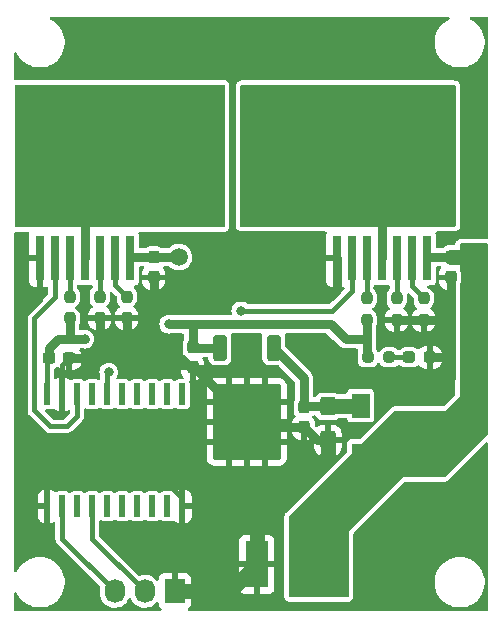
<source format=gbr>
%TF.GenerationSoftware,KiCad,Pcbnew,7.0.5*%
%TF.CreationDate,2023-07-07T01:57:58+07:00*%
%TF.ProjectId,driver_motor,64726976-6572-45f6-9d6f-746f722e6b69,rev?*%
%TF.SameCoordinates,Original*%
%TF.FileFunction,Copper,L1,Top*%
%TF.FilePolarity,Positive*%
%FSLAX46Y46*%
G04 Gerber Fmt 4.6, Leading zero omitted, Abs format (unit mm)*
G04 Created by KiCad (PCBNEW 7.0.5) date 2023-07-07 01:57:58*
%MOMM*%
%LPD*%
G01*
G04 APERTURE LIST*
G04 Aperture macros list*
%AMRoundRect*
0 Rectangle with rounded corners*
0 $1 Rounding radius*
0 $2 $3 $4 $5 $6 $7 $8 $9 X,Y pos of 4 corners*
0 Add a 4 corners polygon primitive as box body*
4,1,4,$2,$3,$4,$5,$6,$7,$8,$9,$2,$3,0*
0 Add four circle primitives for the rounded corners*
1,1,$1+$1,$2,$3*
1,1,$1+$1,$4,$5*
1,1,$1+$1,$6,$7*
1,1,$1+$1,$8,$9*
0 Add four rect primitives between the rounded corners*
20,1,$1+$1,$2,$3,$4,$5,0*
20,1,$1+$1,$4,$5,$6,$7,0*
20,1,$1+$1,$6,$7,$8,$9,0*
20,1,$1+$1,$8,$9,$2,$3,0*%
G04 Aperture macros list end*
%TA.AperFunction,SMDPad,CuDef*%
%ADD10RoundRect,0.237500X0.237500X-0.300000X0.237500X0.300000X-0.237500X0.300000X-0.237500X-0.300000X0*%
%TD*%
%TA.AperFunction,ComponentPad*%
%ADD11R,1.980000X3.960000*%
%TD*%
%TA.AperFunction,ComponentPad*%
%ADD12O,1.980000X3.960000*%
%TD*%
%TA.AperFunction,SMDPad,CuDef*%
%ADD13RoundRect,0.237500X-0.237500X0.250000X-0.237500X-0.250000X0.237500X-0.250000X0.237500X0.250000X0*%
%TD*%
%TA.AperFunction,SMDPad,CuDef*%
%ADD14RoundRect,0.237500X0.287500X0.237500X-0.287500X0.237500X-0.287500X-0.237500X0.287500X-0.237500X0*%
%TD*%
%TA.AperFunction,SMDPad,CuDef*%
%ADD15RoundRect,0.250000X-0.425000X0.537500X-0.425000X-0.537500X0.425000X-0.537500X0.425000X0.537500X0*%
%TD*%
%TA.AperFunction,SMDPad,CuDef*%
%ADD16RoundRect,0.237500X0.237500X-0.250000X0.237500X0.250000X-0.237500X0.250000X-0.237500X-0.250000X0*%
%TD*%
%TA.AperFunction,SMDPad,CuDef*%
%ADD17R,0.800000X3.810000*%
%TD*%
%TA.AperFunction,SMDPad,CuDef*%
%ADD18R,10.070000X8.290000*%
%TD*%
%TA.AperFunction,ComponentPad*%
%ADD19R,1.730000X2.030000*%
%TD*%
%TA.AperFunction,ComponentPad*%
%ADD20O,1.730000X2.030000*%
%TD*%
%TA.AperFunction,SMDPad,CuDef*%
%ADD21RoundRect,0.250000X-0.350000X0.850000X-0.350000X-0.850000X0.350000X-0.850000X0.350000X0.850000X0*%
%TD*%
%TA.AperFunction,SMDPad,CuDef*%
%ADD22RoundRect,0.250000X-1.125000X1.275000X-1.125000X-1.275000X1.125000X-1.275000X1.125000X1.275000X0*%
%TD*%
%TA.AperFunction,SMDPad,CuDef*%
%ADD23RoundRect,0.249997X-2.650003X2.950003X-2.650003X-2.950003X2.650003X-2.950003X2.650003X2.950003X0*%
%TD*%
%TA.AperFunction,SMDPad,CuDef*%
%ADD24RoundRect,0.237500X-0.300000X-0.237500X0.300000X-0.237500X0.300000X0.237500X-0.300000X0.237500X0*%
%TD*%
%TA.AperFunction,SMDPad,CuDef*%
%ADD25RoundRect,0.237500X-0.237500X0.300000X-0.237500X-0.300000X0.237500X-0.300000X0.237500X0.300000X0*%
%TD*%
%TA.AperFunction,SMDPad,CuDef*%
%ADD26R,1.500000X2.090000*%
%TD*%
%TA.AperFunction,SMDPad,CuDef*%
%ADD27RoundRect,0.041300X0.253700X-0.848700X0.253700X0.848700X-0.253700X0.848700X-0.253700X-0.848700X0*%
%TD*%
%TA.AperFunction,SMDPad,CuDef*%
%ADD28RoundRect,0.237500X-0.250000X-0.237500X0.250000X-0.237500X0.250000X0.237500X-0.250000X0.237500X0*%
%TD*%
%TA.AperFunction,ViaPad*%
%ADD29C,1.500000*%
%TD*%
%TA.AperFunction,ViaPad*%
%ADD30C,0.800000*%
%TD*%
%TA.AperFunction,Conductor*%
%ADD31C,1.270000*%
%TD*%
%TA.AperFunction,Conductor*%
%ADD32C,0.762000*%
%TD*%
%TA.AperFunction,Conductor*%
%ADD33C,0.381000*%
%TD*%
G04 APERTURE END LIST*
D10*
%TO.P,C4,1*%
%TO.N,GND*%
X158242000Y-47852500D03*
%TO.P,C4,2*%
%TO.N,+12V*%
X158242000Y-46127500D03*
%TD*%
D11*
%TO.P,J3,1,Pin_1*%
%TO.N,Net-(J3-Pin_1)*%
X162335000Y-35560000D03*
D12*
%TO.P,J3,2,Pin_2*%
%TO.N,Net-(J3-Pin_2)*%
X167335000Y-35560000D03*
%TD*%
D13*
%TO.P,R10,1*%
%TO.N,Net-(U5-SR)*%
X178816000Y-49617500D03*
%TO.P,R10,2*%
%TO.N,GND*%
X178816000Y-51442500D03*
%TD*%
D14*
%TO.P,5V1,1,K*%
%TO.N,GND*%
X181610000Y-54610000D03*
%TO.P,5V1,2,A*%
%TO.N,Net-(5V1-A)*%
X179860000Y-54610000D03*
%TD*%
D10*
%TO.P,C2,1*%
%TO.N,GND*%
X170942000Y-60552500D03*
%TO.P,C2,2*%
%TO.N,Net-(U1-IN)*%
X170942000Y-58827500D03*
%TD*%
D15*
%TO.P,C1,1*%
%TO.N,Net-(U1-IN)*%
X172974000Y-58760500D03*
%TO.P,C1,2*%
%TO.N,GND*%
X172974000Y-61635500D03*
%TD*%
D16*
%TO.P,R6,1*%
%TO.N,+5V*%
X176276000Y-51426500D03*
%TO.P,R6,2*%
%TO.N,Net-(U5-INH)*%
X176276000Y-49601500D03*
%TD*%
D17*
%TO.P,U5,1,GND*%
%TO.N,GND*%
X173736000Y-46236000D03*
%TO.P,U5,2,IN*%
%TO.N,PWML*%
X175006000Y-46236000D03*
%TO.P,U5,3,INH*%
%TO.N,Net-(U5-INH)*%
X176276000Y-46236000D03*
%TO.P,U5,4,OUT*%
%TO.N,Net-(J3-Pin_2)*%
X177546000Y-46236000D03*
%TO.P,U5,5,SR*%
%TO.N,Net-(U5-SR)*%
X178816000Y-46236000D03*
%TO.P,U5,6,IS*%
%TO.N,Net-(U5-IS)*%
X180086000Y-46236000D03*
%TO.P,U5,7,VS*%
%TO.N,+12V*%
X181356000Y-46236000D03*
D18*
%TO.P,U5,8,OUT*%
%TO.N,Net-(J3-Pin_2)*%
X177546000Y-36576000D03*
%TD*%
D10*
%TO.P,C3,1*%
%TO.N,GND*%
X161544000Y-55472500D03*
%TO.P,C3,2*%
%TO.N,+5V*%
X161544000Y-53747500D03*
%TD*%
D13*
%TO.P,R4,1*%
%TO.N,Net-(U2-IS)*%
X155956000Y-49463500D03*
%TO.P,R4,2*%
%TO.N,GND*%
X155956000Y-51288500D03*
%TD*%
D19*
%TO.P,J2,1,Pin_1*%
%TO.N,GND*%
X160030000Y-74422000D03*
D20*
%TO.P,J2,2,Pin_2*%
%TO.N,Net-(J2-Pin_2)*%
X157490000Y-74422000D03*
%TO.P,J2,3,Pin_3*%
%TO.N,Net-(J2-Pin_3)*%
X154950000Y-74422000D03*
%TD*%
D13*
%TO.P,R7,1*%
%TO.N,Net-(U5-IS)*%
X181102000Y-49617500D03*
%TO.P,R7,2*%
%TO.N,GND*%
X181102000Y-51442500D03*
%TD*%
D21*
%TO.P,U1,1,IN*%
%TO.N,Net-(U1-IN)*%
X168396000Y-53795000D03*
D22*
%TO.P,U1,2,GND*%
%TO.N,GND*%
X167641000Y-58420000D03*
X164591000Y-58420000D03*
D23*
X166116000Y-60095000D03*
D22*
X167641000Y-61770000D03*
X164591000Y-61770000D03*
D21*
%TO.P,U1,3,OUT*%
%TO.N,+5V*%
X163836000Y-53795000D03*
%TD*%
D16*
%TO.P,R2,1*%
%TO.N,+5V*%
X151130000Y-51320500D03*
%TO.P,R2,2*%
%TO.N,Net-(U2-INH)*%
X151130000Y-49495500D03*
%TD*%
D24*
%TO.P,C6,1*%
%TO.N,+5V*%
X149352000Y-54710000D03*
%TO.P,C6,2*%
%TO.N,GND*%
X151077000Y-54710000D03*
%TD*%
D13*
%TO.P,R1,1*%
%TO.N,Net-(U2-SR)*%
X153670000Y-49479500D03*
%TO.P,R1,2*%
%TO.N,GND*%
X153670000Y-51304500D03*
%TD*%
D25*
%TO.P,C5,1*%
%TO.N,+12V*%
X183388000Y-46127500D03*
%TO.P,C5,2*%
%TO.N,GND*%
X183388000Y-47852500D03*
%TD*%
D26*
%TO.P,D1,A*%
%TO.N,+12V*%
X175768000Y-62957000D03*
%TO.P,D1,C*%
%TO.N,Net-(U1-IN)*%
X175768000Y-58697000D03*
%TD*%
D17*
%TO.P,U2,1,GND*%
%TO.N,GND*%
X148590000Y-46236000D03*
%TO.P,U2,2,IN*%
%TO.N,PWMR*%
X149860000Y-46236000D03*
%TO.P,U2,3,INH*%
%TO.N,Net-(U2-INH)*%
X151130000Y-46236000D03*
%TO.P,U2,4,OUT*%
%TO.N,Net-(J3-Pin_1)*%
X152400000Y-46236000D03*
%TO.P,U2,5,SR*%
%TO.N,Net-(U2-SR)*%
X153670000Y-46236000D03*
%TO.P,U2,6,IS*%
%TO.N,Net-(U2-IS)*%
X154940000Y-46236000D03*
%TO.P,U2,7,VS*%
%TO.N,+12V*%
X156210000Y-46236000D03*
D18*
%TO.P,U2,8,OUT*%
%TO.N,Net-(J3-Pin_1)*%
X152400000Y-36576000D03*
%TD*%
D11*
%TO.P,J1,1,Pin_1*%
%TO.N,GND*%
X166958000Y-72136000D03*
D12*
%TO.P,J1,2,Pin_2*%
%TO.N,+12V*%
X171958000Y-72136000D03*
%TD*%
D27*
%TO.P,U3,1,1OE*%
%TO.N,GND*%
X149225000Y-67224000D03*
%TO.P,U3,2,1A0*%
%TO.N,Net-(J2-Pin_3)*%
X150495000Y-67224000D03*
%TO.P,U3,3,2Y0*%
%TO.N,unconnected-(U3-2Y0-Pad3)*%
X151765000Y-67224000D03*
%TO.P,U3,4,1A1*%
%TO.N,Net-(J2-Pin_2)*%
X153035000Y-67224000D03*
%TO.P,U3,5,2Y1*%
%TO.N,unconnected-(U3-2Y1-Pad5)*%
X154305000Y-67224000D03*
%TO.P,U3,6,1A2*%
%TO.N,unconnected-(U3-1A2-Pad6)*%
X155575000Y-67224000D03*
%TO.P,U3,7,2Y2*%
%TO.N,unconnected-(U3-2Y2-Pad7)*%
X156845000Y-67224000D03*
%TO.P,U3,8,1A3*%
%TO.N,unconnected-(U3-1A3-Pad8)*%
X158115000Y-67224000D03*
%TO.P,U3,9,2Y3*%
%TO.N,unconnected-(U3-2Y3-Pad9)*%
X159385000Y-67224000D03*
%TO.P,U3,10,GND*%
%TO.N,GND*%
X160655000Y-67224000D03*
%TO.P,U3,11,2A3*%
%TO.N,unconnected-(U3-2A3-Pad11)*%
X160655000Y-57744000D03*
%TO.P,U3,12,1Y3*%
%TO.N,unconnected-(U3-1Y3-Pad12)*%
X159385000Y-57744000D03*
%TO.P,U3,13,2A2*%
%TO.N,unconnected-(U3-2A2-Pad13)*%
X158115000Y-57744000D03*
%TO.P,U3,14,1Y2*%
%TO.N,unconnected-(U3-1Y2-Pad14)*%
X156845000Y-57744000D03*
%TO.P,U3,15,2A1*%
%TO.N,unconnected-(U3-2A1-Pad15)*%
X155575000Y-57744000D03*
%TO.P,U3,16,1Y1*%
%TO.N,PWML*%
X154305000Y-57744000D03*
%TO.P,U3,17,2A0*%
%TO.N,unconnected-(U3-2A0-Pad17)*%
X153035000Y-57744000D03*
%TO.P,U3,18,1Y0*%
%TO.N,PWMR*%
X151765000Y-57744000D03*
%TO.P,U3,19,2OE*%
%TO.N,GND*%
X150495000Y-57744000D03*
%TO.P,U3,20,VCC*%
%TO.N,+5V*%
X149225000Y-57744000D03*
%TD*%
D28*
%TO.P,R11,1*%
%TO.N,+5V*%
X176379500Y-54610000D03*
%TO.P,R11,2*%
%TO.N,Net-(5V1-A)*%
X178204500Y-54610000D03*
%TD*%
D29*
%TO.N,+12V*%
X160374500Y-46127500D03*
X179324000Y-60452000D03*
D30*
%TO.N,+5V*%
X159512000Y-51816352D03*
X152400000Y-53086000D03*
%TO.N,GND*%
X154475000Y-59916500D03*
X178625000Y-29326500D03*
X164135000Y-66356500D03*
X183455000Y-66356500D03*
X159305000Y-61526500D03*
X160915000Y-29326500D03*
X177015000Y-71186500D03*
X148035000Y-69576500D03*
X170575000Y-29326500D03*
X178625000Y-74406500D03*
X151255000Y-63136500D03*
X159305000Y-27716500D03*
X159305000Y-29326500D03*
X165745000Y-66356500D03*
X181845000Y-67966500D03*
X160915000Y-27716500D03*
X157695000Y-71186500D03*
X157695000Y-61526500D03*
X167355000Y-27716500D03*
X185065000Y-69576500D03*
X174752000Y-56388000D03*
X185065000Y-67966500D03*
X183455000Y-67966500D03*
X185065000Y-30936500D03*
X177015000Y-74406500D03*
X173795000Y-27716500D03*
X169672000Y-49530000D03*
X156085000Y-29326500D03*
X173795000Y-29326500D03*
X167355000Y-64746500D03*
X154475000Y-29326500D03*
X180235000Y-74406500D03*
X165745000Y-29326500D03*
X151255000Y-61526500D03*
X180235000Y-69576500D03*
X177015000Y-69576500D03*
X185065000Y-35766500D03*
X185065000Y-66356500D03*
X165745000Y-53476500D03*
X154475000Y-63136500D03*
X181845000Y-66356500D03*
X159305000Y-71186500D03*
X164135000Y-64746500D03*
X154475000Y-27716500D03*
X178625000Y-71186500D03*
X185065000Y-32546500D03*
X177015000Y-29326500D03*
X172185000Y-29326500D03*
X165745000Y-64746500D03*
X185065000Y-38986500D03*
X157695000Y-63136500D03*
X168965000Y-29326500D03*
X152865000Y-27716500D03*
X178625000Y-27716500D03*
X152865000Y-63136500D03*
X157695000Y-59916500D03*
X160915000Y-61526500D03*
X167355000Y-29326500D03*
X178625000Y-67966500D03*
X164135000Y-69576500D03*
X164135000Y-67966500D03*
X175405000Y-29326500D03*
X149645000Y-63136500D03*
X183455000Y-69576500D03*
X160915000Y-59916500D03*
X178625000Y-72796500D03*
X181845000Y-69576500D03*
X156085000Y-69576500D03*
X152865000Y-61526500D03*
X165745000Y-27716500D03*
X157695000Y-27716500D03*
X165745000Y-55086500D03*
X159305000Y-59916500D03*
X185065000Y-40596500D03*
X160915000Y-63136500D03*
X162525000Y-67966500D03*
X185065000Y-42206500D03*
X180235000Y-29326500D03*
X180235000Y-66356500D03*
X185065000Y-34156500D03*
X172185000Y-27716500D03*
X180235000Y-67966500D03*
X164135000Y-29326500D03*
X162525000Y-66356500D03*
X185065000Y-37376500D03*
X164135000Y-27716500D03*
X180235000Y-72796500D03*
X157695000Y-29326500D03*
X162525000Y-27716500D03*
X156085000Y-59916500D03*
X177015000Y-27716500D03*
X159305000Y-63136500D03*
X156085000Y-63136500D03*
X180235000Y-27716500D03*
X162525000Y-64746500D03*
X154475000Y-61526500D03*
X156085000Y-61526500D03*
X180235000Y-71186500D03*
X175405000Y-27716500D03*
X162525000Y-29326500D03*
X156085000Y-27716500D03*
X178625000Y-69576500D03*
X170575000Y-27716500D03*
X177015000Y-72796500D03*
X152865000Y-29326500D03*
X149645000Y-61526500D03*
X168965000Y-27716500D03*
X157695000Y-69576500D03*
%TO.N,PWML*%
X154432000Y-55880000D03*
X165608000Y-50654852D03*
%TD*%
D31*
%TO.N,+12V*%
X184912000Y-60706000D02*
X185420000Y-60198000D01*
X185420000Y-60198000D02*
X185420000Y-47244000D01*
X185420000Y-47244000D02*
X184303500Y-46127500D01*
D32*
X183388000Y-46127500D02*
X181464500Y-46127500D01*
X181464500Y-46127500D02*
X181356000Y-46236000D01*
D31*
X179324000Y-62957000D02*
X179324000Y-60452000D01*
X175768000Y-62957000D02*
X182661000Y-62957000D01*
X171958000Y-69088000D02*
X175768000Y-65278000D01*
X184303500Y-46127500D02*
X183388000Y-46127500D01*
D32*
X156318500Y-46127500D02*
X156210000Y-46236000D01*
D31*
X183388000Y-62230000D02*
X184912000Y-60706000D01*
D32*
X160374500Y-46127500D02*
X158242000Y-46127500D01*
D31*
X182661000Y-62957000D02*
X184912000Y-60706000D01*
X171958000Y-72136000D02*
X171958000Y-69088000D01*
D32*
X158242000Y-46127500D02*
X156318500Y-46127500D01*
D31*
X175768000Y-65278000D02*
X175768000Y-62957000D01*
D32*
%TO.N,+5V*%
X161544000Y-51816352D02*
X173228352Y-51816352D01*
X174498000Y-53086000D02*
X176276000Y-53086000D01*
X176276000Y-52578000D02*
X176276000Y-51426500D01*
X161544000Y-53747500D02*
X161544000Y-51816352D01*
D33*
X149225000Y-54837000D02*
X149352000Y-54710000D01*
D32*
X152400000Y-53086000D02*
X151130000Y-53086000D01*
X151130000Y-51320500D02*
X151130000Y-53086000D01*
D33*
X149225000Y-57744000D02*
X149225000Y-54837000D01*
D32*
X159512000Y-51816352D02*
X161544000Y-51816352D01*
X150114000Y-53086000D02*
X149352000Y-53848000D01*
X176276000Y-54506500D02*
X176379500Y-54610000D01*
X149352000Y-53848000D02*
X149352000Y-54710000D01*
X151130000Y-53086000D02*
X150114000Y-53086000D01*
X173228352Y-51816352D02*
X174498000Y-53086000D01*
X163836000Y-53795000D02*
X161591500Y-53795000D01*
X176276000Y-52578000D02*
X176276000Y-54506500D01*
X161591500Y-53795000D02*
X161544000Y-53747500D01*
D33*
%TO.N,GND*%
X147320000Y-64008000D02*
X148336000Y-65024000D01*
X148590000Y-46236000D02*
X148590000Y-49722370D01*
D32*
X155956000Y-51288500D02*
X155956000Y-54710000D01*
D33*
X160655000Y-68961000D02*
X163068000Y-71374000D01*
D32*
X169709148Y-49492852D02*
X169672000Y-49530000D01*
X172025000Y-61635500D02*
X170942000Y-60552500D01*
X169634852Y-49492852D02*
X158279148Y-49492852D01*
D31*
X166958000Y-72136000D02*
X166958000Y-69008000D01*
D32*
X169672000Y-49530000D02*
X169634852Y-49492852D01*
X158242000Y-47852500D02*
X158242000Y-53086000D01*
X173736000Y-46236000D02*
X173736000Y-48944962D01*
X183388000Y-54610000D02*
X183388000Y-47852500D01*
X161544000Y-55472500D02*
X161643500Y-55472500D01*
D33*
X150495000Y-55292000D02*
X151077000Y-54710000D01*
X160655000Y-66524970D02*
X160655000Y-67224000D01*
D32*
X174752000Y-56388000D02*
X183388000Y-56388000D01*
X158279148Y-49492852D02*
X158242000Y-49530000D01*
X161307000Y-55472500D02*
X160544500Y-54710000D01*
X178816000Y-51442500D02*
X181102000Y-51442500D01*
X170942000Y-60552500D02*
X166573500Y-60552500D01*
X173188110Y-49492852D02*
X169709148Y-49492852D01*
X153670000Y-54710000D02*
X151077000Y-54710000D01*
X173736000Y-48944962D02*
X173188110Y-49492852D01*
X160544500Y-54710000D02*
X158242000Y-54710000D01*
D33*
X163068000Y-71374000D02*
X163068000Y-74422000D01*
X148336000Y-65024000D02*
X149098000Y-65024000D01*
D32*
X161544000Y-55472500D02*
X161307000Y-55472500D01*
X183388000Y-56388000D02*
X183388000Y-54610000D01*
D33*
X160655000Y-67224000D02*
X160655000Y-68961000D01*
X148590000Y-49722370D02*
X147320000Y-50992370D01*
D32*
X172974000Y-61635500D02*
X172025000Y-61635500D01*
X158344500Y-47955000D02*
X158242000Y-47852500D01*
X155956000Y-51288500D02*
X156032006Y-51288500D01*
D31*
X163068000Y-74422000D02*
X164672000Y-74422000D01*
D32*
X181610000Y-54610000D02*
X183388000Y-54610000D01*
X155956000Y-54710000D02*
X153670000Y-54710000D01*
X155940000Y-51304500D02*
X155956000Y-51288500D01*
D31*
X164672000Y-74422000D02*
X166958000Y-72136000D01*
D33*
X149225000Y-65151000D02*
X149098000Y-65024000D01*
D32*
X158242000Y-54710000D02*
X155956000Y-54710000D01*
D31*
X166958000Y-69008000D02*
X172974000Y-62992000D01*
D32*
X181102000Y-51442500D02*
X183388000Y-51442500D01*
D31*
X166958000Y-60937000D02*
X166116000Y-60095000D01*
D33*
X159154030Y-65024000D02*
X160655000Y-66524970D01*
D32*
X166573500Y-60552500D02*
X166116000Y-60095000D01*
D33*
X149225000Y-67224000D02*
X149225000Y-65151000D01*
X147320000Y-50992370D02*
X147320000Y-64008000D01*
D32*
X153670000Y-51304500D02*
X153670000Y-54710000D01*
D33*
X150495000Y-57744000D02*
X150495000Y-55292000D01*
D31*
X160030000Y-74422000D02*
X163068000Y-74422000D01*
D32*
X161643500Y-55472500D02*
X164591000Y-58420000D01*
X158242000Y-53086000D02*
X158242000Y-54710000D01*
D31*
X172974000Y-62992000D02*
X172974000Y-61635500D01*
D33*
X149098000Y-65024000D02*
X159154030Y-65024000D01*
D32*
%TO.N,Net-(U1-IN)*%
X170942000Y-56341000D02*
X168396000Y-53795000D01*
X172974000Y-58760500D02*
X171009000Y-58760500D01*
X170942000Y-58827500D02*
X170942000Y-56341000D01*
D31*
X175768000Y-58697000D02*
X173037500Y-58697000D01*
X173037500Y-58697000D02*
X172974000Y-58760500D01*
D32*
X171009000Y-58760500D02*
X170942000Y-58827500D01*
D33*
%TO.N,Net-(J2-Pin_2)*%
X153035000Y-69967000D02*
X157490000Y-74422000D01*
X153035000Y-67224000D02*
X153035000Y-69967000D01*
D31*
%TO.N,Net-(J3-Pin_1)*%
X153416000Y-35560000D02*
X152400000Y-36576000D01*
X162335000Y-35560000D02*
X153416000Y-35560000D01*
D32*
X152400000Y-46236000D02*
X152400000Y-36576000D01*
%TO.N,Net-(J3-Pin_2)*%
X177546000Y-46236000D02*
X177546000Y-36576000D01*
D31*
X176530000Y-35560000D02*
X177546000Y-36576000D01*
X167335000Y-35560000D02*
X176530000Y-35560000D01*
D33*
%TO.N,Net-(U2-SR)*%
X153670000Y-49479500D02*
X153670000Y-46236000D01*
%TO.N,Net-(U2-INH)*%
X151130000Y-49495500D02*
X151130000Y-46236000D01*
%TO.N,Net-(U2-IS)*%
X154940000Y-48447500D02*
X154940000Y-46236000D01*
X155956000Y-49463500D02*
X154940000Y-48447500D01*
%TO.N,Net-(U5-INH)*%
X176276000Y-46236000D02*
X176276000Y-49601500D01*
%TO.N,Net-(U5-IS)*%
X180086000Y-46236000D02*
X180086000Y-48601500D01*
X180086000Y-48601500D02*
X181102000Y-49617500D01*
%TO.N,Net-(U5-SR)*%
X178816000Y-46236000D02*
X178816000Y-49617500D01*
%TO.N,PWMR*%
X151765000Y-59563000D02*
X150876000Y-60452000D01*
X150876000Y-60452000D02*
X149479000Y-60452000D01*
X149479000Y-60452000D02*
X148082000Y-59055000D01*
X151765000Y-57744000D02*
X151765000Y-59563000D01*
X149860000Y-49530000D02*
X149860000Y-46236000D01*
X148082000Y-51308000D02*
X149860000Y-49530000D01*
X148082000Y-59055000D02*
X148082000Y-51308000D01*
%TO.N,PWML*%
X154432000Y-55880000D02*
X154305000Y-56007000D01*
X173373148Y-50654852D02*
X175006000Y-49022000D01*
X165608000Y-50654852D02*
X173373148Y-50654852D01*
X154305000Y-56007000D02*
X154305000Y-57744000D01*
X175006000Y-49022000D02*
X175006000Y-46236000D01*
%TO.N,Net-(5V1-A)*%
X178204500Y-54610000D02*
X179860000Y-54610000D01*
%TO.N,Net-(J2-Pin_3)*%
X154950000Y-74422000D02*
X150495000Y-69967000D01*
X150495000Y-69967000D02*
X150495000Y-67224000D01*
%TD*%
%TA.AperFunction,Conductor*%
%TO.N,Net-(J3-Pin_2)*%
G36*
X183743039Y-31569685D02*
G01*
X183788794Y-31622489D01*
X183800000Y-31674000D01*
X183800000Y-43446000D01*
X183780315Y-43513039D01*
X183727511Y-43558794D01*
X183676000Y-43570000D01*
X165684000Y-43570000D01*
X165616961Y-43550315D01*
X165571206Y-43497511D01*
X165560000Y-43446000D01*
X165560000Y-31674000D01*
X165579685Y-31606961D01*
X165632489Y-31561206D01*
X165684000Y-31550000D01*
X183676000Y-31550000D01*
X183743039Y-31569685D01*
G37*
%TD.AperFunction*%
%TD*%
%TA.AperFunction,Conductor*%
%TO.N,Net-(J3-Pin_1)*%
G36*
X164203039Y-31539685D02*
G01*
X164248794Y-31592489D01*
X164260000Y-31644000D01*
X164260000Y-43486000D01*
X164240315Y-43553039D01*
X164187511Y-43598794D01*
X164136000Y-43610000D01*
X146614000Y-43610000D01*
X146546961Y-43590315D01*
X146501206Y-43537511D01*
X146490000Y-43486000D01*
X146490000Y-31644000D01*
X146509685Y-31576961D01*
X146562489Y-31531206D01*
X146614000Y-31520000D01*
X164136000Y-31520000D01*
X164203039Y-31539685D01*
G37*
%TD.AperFunction*%
%TD*%
%TA.AperFunction,Conductor*%
%TO.N,+12V*%
G36*
X186505539Y-44977685D02*
G01*
X186551294Y-45030489D01*
X186562500Y-45082000D01*
X186562500Y-61036138D01*
X186542815Y-61103177D01*
X186526181Y-61123819D01*
X182916319Y-64733681D01*
X182854996Y-64767166D01*
X182828638Y-64770000D01*
X179323999Y-64770000D01*
X174752000Y-69341999D01*
X174752000Y-74806000D01*
X174732315Y-74873039D01*
X174679511Y-74918794D01*
X174628000Y-74930000D01*
X169796000Y-74930000D01*
X169728961Y-74910315D01*
X169683206Y-74857511D01*
X169672000Y-74806000D01*
X169672000Y-68123362D01*
X169691685Y-68056323D01*
X169708319Y-68035681D01*
X178587681Y-59156319D01*
X178649004Y-59122834D01*
X178675362Y-59120000D01*
X182942000Y-59120000D01*
X184150000Y-57912000D01*
X184150000Y-56485013D01*
X184150420Y-56477807D01*
X184150500Y-56477122D01*
X184150500Y-56411986D01*
X184150605Y-56408380D01*
X184151792Y-56388000D01*
X184154392Y-56343363D01*
X184152384Y-56331973D01*
X184150500Y-56310442D01*
X184150500Y-54633986D01*
X184150605Y-54630380D01*
X184154392Y-54565363D01*
X184152384Y-54553973D01*
X184150500Y-54532442D01*
X184150500Y-51466486D01*
X184150605Y-51462880D01*
X184154392Y-51397863D01*
X184152384Y-51386473D01*
X184150500Y-51364942D01*
X184150500Y-48514707D01*
X184167768Y-48451586D01*
X184171355Y-48445521D01*
X184198105Y-48400289D01*
X184198106Y-48400285D01*
X184198107Y-48400284D01*
X184241738Y-48250107D01*
X184241739Y-48250101D01*
X184244499Y-48215026D01*
X184244500Y-48215019D01*
X184244499Y-47489982D01*
X184241739Y-47454897D01*
X184221732Y-47386036D01*
X184198107Y-47304715D01*
X184198103Y-47304708D01*
X184167268Y-47252567D01*
X184150000Y-47189447D01*
X184150000Y-45082000D01*
X184169685Y-45014961D01*
X184222489Y-44969206D01*
X184274000Y-44958000D01*
X186438500Y-44958000D01*
X186505539Y-44977685D01*
G37*
%TD.AperFunction*%
%TD*%
%TA.AperFunction,Conductor*%
%TO.N,GND*%
G36*
X183240876Y-25801185D02*
G01*
X183286631Y-25853989D01*
X183296575Y-25923147D01*
X183267550Y-25986703D01*
X183230885Y-26015598D01*
X183039918Y-26114549D01*
X182896981Y-26215445D01*
X182801693Y-26282708D01*
X182801690Y-26282709D01*
X182801688Y-26282712D01*
X182801687Y-26282712D01*
X182588583Y-26481737D01*
X182404556Y-26707936D01*
X182253048Y-26957081D01*
X182136878Y-27224532D01*
X182058206Y-27505314D01*
X182058205Y-27505320D01*
X182018500Y-27794199D01*
X182018500Y-28085800D01*
X182058205Y-28374679D01*
X182058206Y-28374685D01*
X182136878Y-28655467D01*
X182253049Y-28922918D01*
X182253048Y-28922918D01*
X182404556Y-29172063D01*
X182404558Y-29172065D01*
X182404559Y-29172067D01*
X182588583Y-29398262D01*
X182801693Y-29597292D01*
X183039918Y-29765450D01*
X183039917Y-29765450D01*
X183039919Y-29765451D01*
X183298824Y-29899605D01*
X183573584Y-29997254D01*
X183573587Y-29997254D01*
X183573592Y-29997256D01*
X183859083Y-30056582D01*
X183859082Y-30056582D01*
X183886345Y-30058446D01*
X184077179Y-30071500D01*
X184077186Y-30071500D01*
X184222814Y-30071500D01*
X184222821Y-30071500D01*
X184440917Y-30056582D01*
X184616664Y-30020060D01*
X184726407Y-29997256D01*
X184726408Y-29997255D01*
X184726416Y-29997254D01*
X185001176Y-29899605D01*
X185260081Y-29765451D01*
X185498307Y-29597292D01*
X185711417Y-29398262D01*
X185895441Y-29172067D01*
X186046950Y-28922920D01*
X186163123Y-28655464D01*
X186241795Y-28374680D01*
X186281500Y-28085799D01*
X186281500Y-27794201D01*
X186241795Y-27505320D01*
X186163123Y-27224536D01*
X186046950Y-26957081D01*
X186046951Y-26957081D01*
X185895443Y-26707936D01*
X185711416Y-26481737D01*
X185498311Y-26282712D01*
X185498312Y-26282712D01*
X185498307Y-26282708D01*
X185260081Y-26114549D01*
X185260082Y-26114549D01*
X185069115Y-26015598D01*
X185018648Y-25967277D01*
X185002316Y-25899343D01*
X185025305Y-25833364D01*
X185080315Y-25790287D01*
X185126163Y-25781500D01*
X186438500Y-25781500D01*
X186505539Y-25801185D01*
X186551294Y-25853989D01*
X186562500Y-25905500D01*
X186562500Y-44447500D01*
X186542815Y-44514539D01*
X186490011Y-44560294D01*
X186438500Y-44571500D01*
X184274000Y-44571500D01*
X184191839Y-44580333D01*
X184140341Y-44591535D01*
X184140334Y-44591537D01*
X184077944Y-44610752D01*
X184077936Y-44610755D01*
X183969392Y-44677103D01*
X183969382Y-44677111D01*
X183916582Y-44722861D01*
X183916580Y-44722863D01*
X183854292Y-44791554D01*
X183854291Y-44791556D01*
X183798842Y-44906067D01*
X183798842Y-44906068D01*
X183779157Y-44973107D01*
X183774621Y-45004649D01*
X183745598Y-45068202D01*
X183686820Y-45105977D01*
X183651885Y-45111000D01*
X183338066Y-45111000D01*
X183263398Y-45118354D01*
X183188728Y-45125708D01*
X182997118Y-45183833D01*
X182820536Y-45278218D01*
X182820535Y-45278218D01*
X182782605Y-45309346D01*
X182749086Y-45336854D01*
X182684777Y-45364166D01*
X182670423Y-45365000D01*
X182261500Y-45365000D01*
X182194461Y-45345315D01*
X182148706Y-45292511D01*
X182137500Y-45241000D01*
X182137500Y-44294799D01*
X182137500Y-44294798D01*
X182137500Y-44294794D01*
X182126696Y-44220639D01*
X182104365Y-44174960D01*
X182084810Y-44134960D01*
X182073051Y-44066087D01*
X182100395Y-44001790D01*
X182158159Y-43962483D01*
X182196211Y-43956500D01*
X183676000Y-43956500D01*
X183758160Y-43947667D01*
X183802103Y-43938107D01*
X183809658Y-43936464D01*
X183809660Y-43936463D01*
X183809671Y-43936461D01*
X183872057Y-43917247D01*
X183872060Y-43917245D01*
X183872063Y-43917244D01*
X183980607Y-43850896D01*
X183980607Y-43850895D01*
X183980615Y-43850891D01*
X184033419Y-43805136D01*
X184095708Y-43736444D01*
X184151158Y-43621932D01*
X184170843Y-43554893D01*
X184186500Y-43446000D01*
X184186500Y-31674000D01*
X184177667Y-31591840D01*
X184166461Y-31540329D01*
X184147247Y-31477943D01*
X184147246Y-31477941D01*
X184147244Y-31477936D01*
X184080896Y-31369392D01*
X184080892Y-31369388D01*
X184080891Y-31369385D01*
X184054896Y-31339385D01*
X184035138Y-31316582D01*
X184035136Y-31316580D01*
X183966445Y-31254292D01*
X183966443Y-31254291D01*
X183851932Y-31198842D01*
X183851929Y-31198841D01*
X183784898Y-31179158D01*
X183784894Y-31179157D01*
X183784893Y-31179157D01*
X183676000Y-31163500D01*
X165684000Y-31163500D01*
X165601839Y-31172333D01*
X165550341Y-31183535D01*
X165550334Y-31183537D01*
X165487944Y-31202752D01*
X165487936Y-31202755D01*
X165379392Y-31269103D01*
X165379382Y-31269111D01*
X165326582Y-31314861D01*
X165326580Y-31314863D01*
X165264292Y-31383554D01*
X165264291Y-31383556D01*
X165208842Y-31498067D01*
X165208841Y-31498070D01*
X165189158Y-31565101D01*
X165189157Y-31565106D01*
X165189157Y-31565107D01*
X165185314Y-31591839D01*
X165173500Y-31674002D01*
X165173500Y-43446000D01*
X165182333Y-43528160D01*
X165193535Y-43579658D01*
X165193537Y-43579665D01*
X165212752Y-43642055D01*
X165212755Y-43642063D01*
X165279103Y-43750607D01*
X165279111Y-43750617D01*
X165324861Y-43803417D01*
X165324863Y-43803419D01*
X165393554Y-43865707D01*
X165393556Y-43865708D01*
X165508068Y-43921158D01*
X165575107Y-43940843D01*
X165684000Y-43956500D01*
X172763439Y-43956500D01*
X172830478Y-43976185D01*
X172876233Y-44028989D01*
X172886177Y-44098147D01*
X172879621Y-44123833D01*
X172842403Y-44223619D01*
X172842401Y-44223627D01*
X172836000Y-44283155D01*
X172836000Y-45986000D01*
X173862000Y-45986000D01*
X173929039Y-46005685D01*
X173974794Y-46058489D01*
X173986000Y-46110000D01*
X173986000Y-48641000D01*
X174183828Y-48641000D01*
X174183844Y-48640999D01*
X174243372Y-48634598D01*
X174243378Y-48634597D01*
X174253287Y-48630901D01*
X174322979Y-48625914D01*
X174384303Y-48659397D01*
X174417790Y-48720719D01*
X174412808Y-48790410D01*
X174384306Y-48834762D01*
X173172537Y-50046533D01*
X173111214Y-50080018D01*
X173084856Y-50082852D01*
X166192569Y-50082852D01*
X166125530Y-50063167D01*
X166104888Y-50046533D01*
X166098340Y-50039985D01*
X166098334Y-50039980D01*
X165949229Y-49946290D01*
X165782994Y-49888123D01*
X165608004Y-49868407D01*
X165607996Y-49868407D01*
X165433005Y-49888123D01*
X165266770Y-49946290D01*
X165117665Y-50039980D01*
X165117659Y-50039985D01*
X164993133Y-50164511D01*
X164993128Y-50164517D01*
X164899438Y-50313622D01*
X164841271Y-50479857D01*
X164821555Y-50654848D01*
X164821555Y-50654855D01*
X164841271Y-50829847D01*
X164861934Y-50888899D01*
X164865495Y-50958677D01*
X164830766Y-51019304D01*
X164768772Y-51051531D01*
X164744892Y-51053852D01*
X161567987Y-51053852D01*
X161564386Y-51053747D01*
X161499363Y-51049960D01*
X161499362Y-51049960D01*
X161487975Y-51051968D01*
X161466443Y-51053852D01*
X159719490Y-51053852D01*
X159691890Y-51050741D01*
X159686996Y-51049623D01*
X159512004Y-51029907D01*
X159511996Y-51029907D01*
X159337005Y-51049623D01*
X159170770Y-51107790D01*
X159021665Y-51201480D01*
X159021659Y-51201485D01*
X158897133Y-51326011D01*
X158897128Y-51326017D01*
X158803438Y-51475122D01*
X158745271Y-51641357D01*
X158725555Y-51816348D01*
X158725555Y-51816355D01*
X158745271Y-51991346D01*
X158803438Y-52157581D01*
X158897128Y-52306686D01*
X158897133Y-52306692D01*
X159021659Y-52431218D01*
X159021665Y-52431223D01*
X159170770Y-52524913D01*
X159228580Y-52545141D01*
X159337000Y-52583079D01*
X159337003Y-52583079D01*
X159337005Y-52583080D01*
X159511996Y-52602797D01*
X159512000Y-52602797D01*
X159512004Y-52602797D01*
X159686996Y-52583080D01*
X159691890Y-52581963D01*
X159719490Y-52578852D01*
X160657500Y-52578852D01*
X160724539Y-52598537D01*
X160770294Y-52651341D01*
X160781500Y-52702852D01*
X160781500Y-53085292D01*
X160764233Y-53148412D01*
X160733893Y-53199714D01*
X160733892Y-53199715D01*
X160690261Y-53349892D01*
X160690260Y-53349898D01*
X160687500Y-53384973D01*
X160687500Y-54110006D01*
X160687501Y-54110031D01*
X160690261Y-54145103D01*
X160733892Y-54295284D01*
X160733894Y-54295287D01*
X160813504Y-54429902D01*
X160813510Y-54429910D01*
X160822127Y-54438527D01*
X160855612Y-54499850D01*
X160850628Y-54569542D01*
X160822128Y-54613889D01*
X160724052Y-54711965D01*
X160633551Y-54858688D01*
X160633546Y-54858699D01*
X160579319Y-55022347D01*
X160569000Y-55123345D01*
X160569000Y-55222500D01*
X162518999Y-55222500D01*
X162518999Y-55123360D01*
X162518998Y-55123345D01*
X162508680Y-55022347D01*
X162454453Y-54858699D01*
X162454448Y-54858688D01*
X162385309Y-54746597D01*
X162366868Y-54679205D01*
X162387790Y-54612541D01*
X162441432Y-54567772D01*
X162490847Y-54557500D01*
X162730500Y-54557500D01*
X162797539Y-54577185D01*
X162843294Y-54629989D01*
X162854500Y-54681500D01*
X162854500Y-54708775D01*
X162857317Y-54744569D01*
X162857319Y-54744580D01*
X162901830Y-54897787D01*
X162901832Y-54897793D01*
X162983049Y-55035124D01*
X162983055Y-55035132D01*
X163095867Y-55147944D01*
X163095871Y-55147947D01*
X163095873Y-55147949D01*
X163233208Y-55229168D01*
X163310351Y-55251580D01*
X163385410Y-55273387D01*
X163386426Y-55273682D01*
X163422230Y-55276500D01*
X163422236Y-55276500D01*
X164249764Y-55276500D01*
X164249770Y-55276500D01*
X164285574Y-55273682D01*
X164438792Y-55229168D01*
X164576127Y-55147949D01*
X164688949Y-55035127D01*
X164770168Y-54897792D01*
X164814682Y-54744574D01*
X164817500Y-54708770D01*
X164817500Y-52881230D01*
X164814682Y-52845426D01*
X164783311Y-52737446D01*
X164783511Y-52667577D01*
X164821454Y-52608907D01*
X164885092Y-52580064D01*
X164902388Y-52578852D01*
X167329612Y-52578852D01*
X167396651Y-52598537D01*
X167442406Y-52651341D01*
X167452350Y-52720499D01*
X167448689Y-52737447D01*
X167417317Y-52845428D01*
X167417317Y-52845430D01*
X167414500Y-52881224D01*
X167414500Y-54708775D01*
X167417317Y-54744569D01*
X167417319Y-54744580D01*
X167461830Y-54897787D01*
X167461832Y-54897793D01*
X167543049Y-55035124D01*
X167543055Y-55035132D01*
X167655867Y-55147944D01*
X167655871Y-55147947D01*
X167655873Y-55147949D01*
X167793208Y-55229168D01*
X167870351Y-55251580D01*
X167945410Y-55273387D01*
X167946426Y-55273682D01*
X167982230Y-55276500D01*
X168747801Y-55276500D01*
X168814840Y-55296185D01*
X168835482Y-55312819D01*
X170143181Y-56620518D01*
X170176666Y-56681841D01*
X170179500Y-56708199D01*
X170179500Y-58165292D01*
X170162233Y-58228412D01*
X170131893Y-58279714D01*
X170131892Y-58279715D01*
X170088261Y-58429892D01*
X170088260Y-58429898D01*
X170085500Y-58464973D01*
X170085500Y-59190006D01*
X170085501Y-59190031D01*
X170088261Y-59225103D01*
X170131892Y-59375284D01*
X170131894Y-59375287D01*
X170211504Y-59509902D01*
X170211510Y-59509910D01*
X170220127Y-59518527D01*
X170253612Y-59579850D01*
X170248628Y-59649542D01*
X170220128Y-59693889D01*
X170122052Y-59791965D01*
X170031551Y-59938688D01*
X170031546Y-59938699D01*
X169977319Y-60102347D01*
X169967000Y-60203345D01*
X169967000Y-60302500D01*
X171068000Y-60302500D01*
X171135039Y-60322185D01*
X171180794Y-60374989D01*
X171192000Y-60426500D01*
X171192000Y-61589999D01*
X171228640Y-61589999D01*
X171228654Y-61589998D01*
X171329652Y-61579680D01*
X171493300Y-61525453D01*
X171493311Y-61525448D01*
X171640034Y-61434947D01*
X171640037Y-61434945D01*
X171656558Y-61418424D01*
X171717880Y-61384937D01*
X171747638Y-61387064D01*
X171747638Y-61385500D01*
X172724000Y-61385500D01*
X172724000Y-60348000D01*
X173224000Y-60348000D01*
X173224000Y-61385500D01*
X174148998Y-61385500D01*
X174148999Y-61048028D01*
X174148998Y-61048013D01*
X174138505Y-60945302D01*
X174083358Y-60778880D01*
X174083356Y-60778875D01*
X173991315Y-60629654D01*
X173867345Y-60505684D01*
X173718124Y-60413643D01*
X173718119Y-60413641D01*
X173551697Y-60358494D01*
X173551690Y-60358493D01*
X173448986Y-60348000D01*
X173224000Y-60348000D01*
X172724000Y-60348000D01*
X172499029Y-60348000D01*
X172499012Y-60348001D01*
X172396302Y-60358494D01*
X172229880Y-60413641D01*
X172229871Y-60413645D01*
X172106095Y-60489991D01*
X172038703Y-60508431D01*
X171972039Y-60487508D01*
X171927270Y-60433866D01*
X171916999Y-60384452D01*
X171916999Y-60203360D01*
X171916998Y-60203345D01*
X171906680Y-60102347D01*
X171852453Y-59938699D01*
X171852448Y-59938688D01*
X171761947Y-59791965D01*
X171761944Y-59791961D01*
X171704664Y-59734681D01*
X171671179Y-59673358D01*
X171676163Y-59603666D01*
X171718035Y-59547733D01*
X171783499Y-59523316D01*
X171792345Y-59523000D01*
X171877667Y-59523000D01*
X171944706Y-59542685D01*
X171984399Y-59583879D01*
X172046048Y-59688123D01*
X172046055Y-59688132D01*
X172158867Y-59800944D01*
X172158871Y-59800947D01*
X172158873Y-59800949D01*
X172296208Y-59882168D01*
X172449426Y-59926682D01*
X172485230Y-59929500D01*
X172485236Y-59929500D01*
X173462764Y-59929500D01*
X173462770Y-59929500D01*
X173498574Y-59926682D01*
X173651792Y-59882168D01*
X173789127Y-59800949D01*
X173840255Y-59749820D01*
X173901579Y-59716334D01*
X173927938Y-59713500D01*
X174519830Y-59713500D01*
X174586869Y-59733185D01*
X174632624Y-59785989D01*
X174642533Y-59819617D01*
X174647304Y-59852361D01*
X174647304Y-59852362D01*
X174647305Y-59852364D01*
X174703221Y-59966743D01*
X174703223Y-59966746D01*
X174793253Y-60056776D01*
X174793256Y-60056778D01*
X174886470Y-60102347D01*
X174907639Y-60112696D01*
X174981794Y-60123500D01*
X174981800Y-60123500D01*
X176554200Y-60123500D01*
X176554206Y-60123500D01*
X176628361Y-60112696D01*
X176685553Y-60084736D01*
X176742743Y-60056778D01*
X176742746Y-60056776D01*
X176832776Y-59966746D01*
X176832778Y-59966743D01*
X176860736Y-59909553D01*
X176888696Y-59852361D01*
X176899500Y-59778206D01*
X176899500Y-57615794D01*
X176888696Y-57541639D01*
X176886361Y-57536863D01*
X176832778Y-57427256D01*
X176832776Y-57427253D01*
X176742746Y-57337223D01*
X176742743Y-57337221D01*
X176628364Y-57281305D01*
X176628362Y-57281304D01*
X176628361Y-57281304D01*
X176554206Y-57270500D01*
X174981794Y-57270500D01*
X174907639Y-57281304D01*
X174907637Y-57281304D01*
X174907635Y-57281305D01*
X174793256Y-57337221D01*
X174793253Y-57337223D01*
X174703223Y-57427253D01*
X174703221Y-57427256D01*
X174647305Y-57541635D01*
X174647304Y-57541637D01*
X174647304Y-57541639D01*
X174642533Y-57574379D01*
X174613391Y-57637878D01*
X174554542Y-57675542D01*
X174519830Y-57680500D01*
X173756171Y-57680500D01*
X173693050Y-57663232D01*
X173651790Y-57638831D01*
X173651787Y-57638830D01*
X173498581Y-57594319D01*
X173498569Y-57594317D01*
X173462775Y-57591500D01*
X173462770Y-57591500D01*
X172485230Y-57591500D01*
X172485224Y-57591500D01*
X172449430Y-57594317D01*
X172449419Y-57594319D01*
X172296212Y-57638830D01*
X172296206Y-57638832D01*
X172158875Y-57720049D01*
X172158867Y-57720055D01*
X172046055Y-57832867D01*
X172046048Y-57832876D01*
X171984399Y-57937121D01*
X171933330Y-57984804D01*
X171877667Y-57998000D01*
X171828500Y-57998000D01*
X171761461Y-57978315D01*
X171715706Y-57925511D01*
X171704500Y-57874000D01*
X171704500Y-56405587D01*
X171705809Y-56387616D01*
X171709367Y-56363328D01*
X171709320Y-56362796D01*
X171705764Y-56322142D01*
X171704735Y-56310395D01*
X171704500Y-56304992D01*
X171704500Y-56296595D01*
X171704500Y-56296588D01*
X171700736Y-56264383D01*
X171700559Y-56262657D01*
X171693831Y-56185760D01*
X171693830Y-56185758D01*
X171692371Y-56178688D01*
X171692412Y-56178679D01*
X171690705Y-56170976D01*
X171690663Y-56170986D01*
X171688999Y-56163966D01*
X171688998Y-56163958D01*
X171662612Y-56091464D01*
X171662043Y-56089829D01*
X171637765Y-56016560D01*
X171637761Y-56016554D01*
X171634711Y-56010012D01*
X171634750Y-56009993D01*
X171631315Y-56002898D01*
X171631277Y-56002918D01*
X171628035Y-55996463D01*
X171585645Y-55932013D01*
X171584676Y-55930491D01*
X171579841Y-55922652D01*
X171544189Y-55864851D01*
X171544185Y-55864847D01*
X171539711Y-55859188D01*
X171539743Y-55859162D01*
X171534760Y-55853045D01*
X171534729Y-55853072D01*
X171530086Y-55847539D01*
X171473984Y-55794609D01*
X171472724Y-55793386D01*
X169413819Y-53734480D01*
X169380334Y-53673157D01*
X169377500Y-53646799D01*
X169377500Y-52881236D01*
X169377500Y-52881230D01*
X169374682Y-52845426D01*
X169343311Y-52737446D01*
X169343511Y-52667577D01*
X169381454Y-52608907D01*
X169445092Y-52580064D01*
X169462388Y-52578852D01*
X172861153Y-52578852D01*
X172928192Y-52598537D01*
X172948833Y-52615170D01*
X173440042Y-53106380D01*
X173913162Y-53579500D01*
X173924938Y-53593125D01*
X173939602Y-53612822D01*
X173939604Y-53612823D01*
X173939605Y-53612825D01*
X173980297Y-53646969D01*
X173984287Y-53650625D01*
X173990232Y-53656570D01*
X173990232Y-53656571D01*
X174015679Y-53676692D01*
X174017076Y-53677830D01*
X174076147Y-53727396D01*
X174076153Y-53727399D01*
X174082184Y-53731366D01*
X174082160Y-53731401D01*
X174088807Y-53735636D01*
X174088829Y-53735601D01*
X174094977Y-53739393D01*
X174094980Y-53739395D01*
X174131148Y-53756260D01*
X174164879Y-53771989D01*
X174166489Y-53772767D01*
X174235434Y-53807394D01*
X174235439Y-53807395D01*
X174242223Y-53809865D01*
X174242208Y-53809904D01*
X174249656Y-53812493D01*
X174249670Y-53812453D01*
X174256523Y-53814723D01*
X174256526Y-53814725D01*
X174332050Y-53830318D01*
X174333779Y-53830701D01*
X174408877Y-53848500D01*
X174408880Y-53848500D01*
X174408884Y-53848501D01*
X174416051Y-53849339D01*
X174416046Y-53849379D01*
X174423893Y-53850181D01*
X174423897Y-53850140D01*
X174431086Y-53850769D01*
X174431090Y-53850768D01*
X174431091Y-53850769D01*
X174461649Y-53849879D01*
X174508190Y-53848526D01*
X174509993Y-53848500D01*
X175389500Y-53848500D01*
X175456539Y-53868185D01*
X175502294Y-53920989D01*
X175513500Y-53972500D01*
X175513500Y-54269423D01*
X175513309Y-54274289D01*
X175510500Y-54309975D01*
X175510500Y-54462398D01*
X175509191Y-54480370D01*
X175508633Y-54484172D01*
X175508633Y-54484173D01*
X175509862Y-54498214D01*
X175510005Y-54499850D01*
X175510264Y-54502802D01*
X175510500Y-54508209D01*
X175510500Y-54910006D01*
X175510501Y-54910031D01*
X175513261Y-54945103D01*
X175556892Y-55095284D01*
X175556894Y-55095287D01*
X175556895Y-55095289D01*
X175567531Y-55113273D01*
X175636069Y-55229167D01*
X175636505Y-55229904D01*
X175636510Y-55229910D01*
X175747089Y-55340489D01*
X175747093Y-55340492D01*
X175747095Y-55340494D01*
X175881711Y-55420105D01*
X175881712Y-55420105D01*
X175881715Y-55420107D01*
X176031892Y-55463738D01*
X176031895Y-55463738D01*
X176031897Y-55463739D01*
X176066981Y-55466500D01*
X176692018Y-55466499D01*
X176727103Y-55463739D01*
X176824160Y-55435540D01*
X176877284Y-55420107D01*
X176877285Y-55420106D01*
X176877289Y-55420105D01*
X177011905Y-55340494D01*
X177122494Y-55229905D01*
X177185269Y-55123756D01*
X177236336Y-55076075D01*
X177305078Y-55063571D01*
X177369667Y-55090216D01*
X177398729Y-55123755D01*
X177441034Y-55195289D01*
X177461505Y-55229904D01*
X177461510Y-55229910D01*
X177572089Y-55340489D01*
X177572093Y-55340492D01*
X177572095Y-55340494D01*
X177706711Y-55420105D01*
X177706712Y-55420105D01*
X177706715Y-55420107D01*
X177856892Y-55463738D01*
X177856895Y-55463738D01*
X177856897Y-55463739D01*
X177891981Y-55466500D01*
X178517018Y-55466499D01*
X178552103Y-55463739D01*
X178649160Y-55435540D01*
X178702284Y-55420107D01*
X178702285Y-55420106D01*
X178702289Y-55420105D01*
X178836905Y-55340494D01*
X178925820Y-55251578D01*
X178987141Y-55218095D01*
X179056833Y-55223079D01*
X179101179Y-55251578D01*
X179190095Y-55340494D01*
X179324711Y-55420105D01*
X179324712Y-55420105D01*
X179324715Y-55420107D01*
X179474892Y-55463738D01*
X179474895Y-55463738D01*
X179474897Y-55463739D01*
X179509981Y-55466500D01*
X180210018Y-55466499D01*
X180245103Y-55463739D01*
X180342160Y-55435540D01*
X180395284Y-55420107D01*
X180395285Y-55420106D01*
X180395289Y-55420105D01*
X180529905Y-55340494D01*
X180563525Y-55306873D01*
X180624848Y-55273387D01*
X180694540Y-55278371D01*
X180738889Y-55306872D01*
X180861961Y-55429944D01*
X180861965Y-55429947D01*
X181008688Y-55520448D01*
X181008699Y-55520453D01*
X181172347Y-55574680D01*
X181273351Y-55584999D01*
X181360000Y-55584998D01*
X181360000Y-54860000D01*
X181860000Y-54860000D01*
X181860000Y-55584999D01*
X181946640Y-55584999D01*
X181946654Y-55584998D01*
X182047652Y-55574680D01*
X182211300Y-55520453D01*
X182211311Y-55520448D01*
X182358034Y-55429947D01*
X182358038Y-55429944D01*
X182479944Y-55308038D01*
X182479947Y-55308034D01*
X182570448Y-55161311D01*
X182570453Y-55161300D01*
X182624680Y-54997652D01*
X182634999Y-54896654D01*
X182635000Y-54896641D01*
X182635000Y-54860000D01*
X181860000Y-54860000D01*
X181360000Y-54860000D01*
X181360000Y-53635000D01*
X181860000Y-53635000D01*
X181860000Y-54360000D01*
X182634999Y-54360000D01*
X182634999Y-54323360D01*
X182634998Y-54323345D01*
X182624680Y-54222347D01*
X182570453Y-54058699D01*
X182570448Y-54058688D01*
X182479947Y-53911965D01*
X182479944Y-53911961D01*
X182358038Y-53790055D01*
X182358034Y-53790052D01*
X182211311Y-53699551D01*
X182211300Y-53699546D01*
X182047652Y-53645319D01*
X181946654Y-53635000D01*
X181860000Y-53635000D01*
X181360000Y-53635000D01*
X181359999Y-53634999D01*
X181273360Y-53635000D01*
X181273343Y-53635001D01*
X181172347Y-53645319D01*
X181008699Y-53699546D01*
X181008688Y-53699551D01*
X180861965Y-53790052D01*
X180738889Y-53913128D01*
X180677566Y-53946612D01*
X180607874Y-53941628D01*
X180563527Y-53913127D01*
X180529910Y-53879510D01*
X180529902Y-53879504D01*
X180416591Y-53812493D01*
X180395289Y-53799895D01*
X180395288Y-53799894D01*
X180395287Y-53799894D01*
X180395284Y-53799892D01*
X180245107Y-53756261D01*
X180245101Y-53756260D01*
X180210019Y-53753500D01*
X179509993Y-53753500D01*
X179509968Y-53753501D01*
X179474896Y-53756261D01*
X179324715Y-53799892D01*
X179324712Y-53799894D01*
X179190097Y-53879504D01*
X179190093Y-53879507D01*
X179101181Y-53968419D01*
X179039857Y-54001903D01*
X178970166Y-53996919D01*
X178925819Y-53968419D01*
X178836906Y-53879507D01*
X178836902Y-53879504D01*
X178723591Y-53812493D01*
X178702289Y-53799895D01*
X178702288Y-53799894D01*
X178702287Y-53799894D01*
X178702284Y-53799892D01*
X178552107Y-53756261D01*
X178552101Y-53756260D01*
X178517019Y-53753500D01*
X177891993Y-53753500D01*
X177891968Y-53753501D01*
X177856896Y-53756261D01*
X177706715Y-53799892D01*
X177706712Y-53799894D01*
X177572097Y-53879504D01*
X177572089Y-53879510D01*
X177461510Y-53990089D01*
X177461504Y-53990097D01*
X177398732Y-54096241D01*
X177347663Y-54143924D01*
X177278922Y-54156428D01*
X177214332Y-54129783D01*
X177185268Y-54096241D01*
X177129477Y-54001903D01*
X177122494Y-53990095D01*
X177122492Y-53990093D01*
X177122489Y-53990089D01*
X177074819Y-53942419D01*
X177041334Y-53881096D01*
X177038500Y-53854738D01*
X177038500Y-53109986D01*
X177038605Y-53106380D01*
X177039833Y-53085292D01*
X177042392Y-53041363D01*
X177040384Y-53029973D01*
X177038500Y-53008442D01*
X177038500Y-52038707D01*
X177055768Y-51975586D01*
X177086105Y-51924289D01*
X177086106Y-51924285D01*
X177086107Y-51924284D01*
X177129738Y-51774107D01*
X177129739Y-51774101D01*
X177132500Y-51739019D01*
X177132500Y-51692500D01*
X177841001Y-51692500D01*
X177841001Y-51741654D01*
X177851319Y-51842652D01*
X177905546Y-52006300D01*
X177905551Y-52006311D01*
X177996052Y-52153034D01*
X177996055Y-52153038D01*
X178117961Y-52274944D01*
X178117965Y-52274947D01*
X178264688Y-52365448D01*
X178264699Y-52365453D01*
X178428347Y-52419680D01*
X178529352Y-52429999D01*
X178566000Y-52429999D01*
X178566000Y-51692500D01*
X179066000Y-51692500D01*
X179066000Y-52429999D01*
X179102640Y-52429999D01*
X179102654Y-52429998D01*
X179203652Y-52419680D01*
X179367300Y-52365453D01*
X179367311Y-52365448D01*
X179514034Y-52274947D01*
X179514038Y-52274944D01*
X179635944Y-52153038D01*
X179635947Y-52153034D01*
X179726448Y-52006311D01*
X179726453Y-52006300D01*
X179780680Y-51842652D01*
X179790999Y-51741654D01*
X179791000Y-51741641D01*
X179791000Y-51692500D01*
X180127001Y-51692500D01*
X180127001Y-51741654D01*
X180137319Y-51842652D01*
X180191546Y-52006300D01*
X180191551Y-52006311D01*
X180282052Y-52153034D01*
X180282055Y-52153038D01*
X180403961Y-52274944D01*
X180403965Y-52274947D01*
X180550688Y-52365448D01*
X180550699Y-52365453D01*
X180714347Y-52419680D01*
X180815352Y-52429999D01*
X180852000Y-52429999D01*
X180852000Y-51692500D01*
X181352000Y-51692500D01*
X181352000Y-52429999D01*
X181388640Y-52429999D01*
X181388654Y-52429998D01*
X181489652Y-52419680D01*
X181653300Y-52365453D01*
X181653311Y-52365448D01*
X181800034Y-52274947D01*
X181800038Y-52274944D01*
X181921944Y-52153038D01*
X181921947Y-52153034D01*
X182012448Y-52006311D01*
X182012453Y-52006300D01*
X182066680Y-51842652D01*
X182076999Y-51741654D01*
X182077000Y-51741641D01*
X182077000Y-51692500D01*
X181352000Y-51692500D01*
X180852000Y-51692500D01*
X180127001Y-51692500D01*
X179791000Y-51692500D01*
X179066000Y-51692500D01*
X178566000Y-51692500D01*
X177841001Y-51692500D01*
X177132500Y-51692500D01*
X177132499Y-51113982D01*
X177129739Y-51078897D01*
X177103721Y-50989345D01*
X177086107Y-50928715D01*
X177086105Y-50928712D01*
X177086105Y-50928711D01*
X177006494Y-50794095D01*
X177006492Y-50794093D01*
X177006489Y-50794089D01*
X176895910Y-50683510D01*
X176895902Y-50683504D01*
X176789758Y-50620731D01*
X176742075Y-50569662D01*
X176729571Y-50500920D01*
X176756216Y-50436331D01*
X176789754Y-50407270D01*
X176895905Y-50344494D01*
X177006494Y-50233905D01*
X177086105Y-50099289D01*
X177086106Y-50099285D01*
X177086107Y-50099284D01*
X177129738Y-49949107D01*
X177129739Y-49949101D01*
X177132499Y-49914026D01*
X177132500Y-49914019D01*
X177132499Y-49288982D01*
X177129739Y-49253897D01*
X177104491Y-49166993D01*
X177086107Y-49103715D01*
X177086105Y-49103712D01*
X177086105Y-49103711D01*
X177006494Y-48969095D01*
X177006492Y-48969093D01*
X177006489Y-48969089D01*
X176890389Y-48852989D01*
X176891301Y-48852076D01*
X176855090Y-48801928D01*
X176848000Y-48760599D01*
X176848000Y-48618609D01*
X176867685Y-48551570D01*
X176920489Y-48505815D01*
X176989647Y-48495871D01*
X177026462Y-48507209D01*
X177035639Y-48511696D01*
X177109794Y-48522500D01*
X177109800Y-48522500D01*
X177982200Y-48522500D01*
X177982206Y-48522500D01*
X178056361Y-48511696D01*
X178065535Y-48507210D01*
X178134406Y-48495449D01*
X178198705Y-48522789D01*
X178238014Y-48580552D01*
X178243999Y-48618609D01*
X178243999Y-48776601D01*
X178224314Y-48843640D01*
X178201352Y-48868732D01*
X178201611Y-48868991D01*
X178196097Y-48874504D01*
X178196095Y-48874506D01*
X178160917Y-48909684D01*
X178085507Y-48985093D01*
X178085504Y-48985097D01*
X178005894Y-49119712D01*
X178005892Y-49119715D01*
X177962261Y-49269892D01*
X177962260Y-49269898D01*
X177959500Y-49304973D01*
X177959500Y-49930006D01*
X177959501Y-49930031D01*
X177962261Y-49965103D01*
X178005892Y-50115284D01*
X178005894Y-50115287D01*
X178005895Y-50115289D01*
X178013354Y-50127902D01*
X178085504Y-50249902D01*
X178085510Y-50249910D01*
X178196089Y-50360489D01*
X178199373Y-50363036D01*
X178201289Y-50365689D01*
X178201611Y-50366011D01*
X178201559Y-50366062D01*
X178240284Y-50419676D01*
X178244079Y-50489442D01*
X178209553Y-50550185D01*
X178188478Y-50566559D01*
X178117962Y-50610054D01*
X177996055Y-50731961D01*
X177996052Y-50731965D01*
X177905551Y-50878688D01*
X177905546Y-50878699D01*
X177851319Y-51042347D01*
X177841000Y-51143345D01*
X177841000Y-51192500D01*
X179790999Y-51192500D01*
X179790999Y-51143360D01*
X179790998Y-51143345D01*
X179780680Y-51042347D01*
X179726453Y-50878699D01*
X179726448Y-50878688D01*
X179635947Y-50731965D01*
X179635944Y-50731961D01*
X179514037Y-50610054D01*
X179443521Y-50566559D01*
X179396797Y-50514611D01*
X179385576Y-50445648D01*
X179413419Y-50381566D01*
X179432631Y-50363032D01*
X179435895Y-50360499D01*
X179435905Y-50360494D01*
X179546494Y-50249905D01*
X179626105Y-50115289D01*
X179626106Y-50115285D01*
X179626107Y-50115284D01*
X179669738Y-49965107D01*
X179669739Y-49965101D01*
X179670039Y-49961287D01*
X179672500Y-49930019D01*
X179672499Y-49304982D01*
X179672498Y-49304968D01*
X179672403Y-49302549D01*
X179673233Y-49302516D01*
X179686897Y-49237356D01*
X179735930Y-49187581D01*
X179804089Y-49172217D01*
X179869735Y-49196142D01*
X179883853Y-49208283D01*
X180209181Y-49533611D01*
X180242666Y-49594934D01*
X180245500Y-49621292D01*
X180245500Y-49930006D01*
X180245501Y-49930031D01*
X180248261Y-49965103D01*
X180291892Y-50115284D01*
X180291894Y-50115287D01*
X180291895Y-50115289D01*
X180299354Y-50127902D01*
X180371504Y-50249902D01*
X180371510Y-50249910D01*
X180482089Y-50360489D01*
X180485373Y-50363036D01*
X180487289Y-50365689D01*
X180487611Y-50366011D01*
X180487559Y-50366062D01*
X180526284Y-50419676D01*
X180530079Y-50489442D01*
X180495553Y-50550185D01*
X180474478Y-50566559D01*
X180403962Y-50610054D01*
X180282055Y-50731961D01*
X180282052Y-50731965D01*
X180191551Y-50878688D01*
X180191546Y-50878699D01*
X180137319Y-51042347D01*
X180127000Y-51143345D01*
X180127000Y-51192500D01*
X182076999Y-51192500D01*
X182076999Y-51143360D01*
X182076998Y-51143345D01*
X182066680Y-51042347D01*
X182012453Y-50878699D01*
X182012448Y-50878688D01*
X181921947Y-50731965D01*
X181921944Y-50731961D01*
X181800037Y-50610054D01*
X181729521Y-50566559D01*
X181682797Y-50514611D01*
X181671576Y-50445648D01*
X181699419Y-50381566D01*
X181718631Y-50363032D01*
X181721895Y-50360499D01*
X181721905Y-50360494D01*
X181832494Y-50249905D01*
X181912105Y-50115289D01*
X181912106Y-50115285D01*
X181912107Y-50115284D01*
X181955738Y-49965107D01*
X181955739Y-49965101D01*
X181956039Y-49961287D01*
X181958500Y-49930019D01*
X181958499Y-49304982D01*
X181955739Y-49269897D01*
X181934311Y-49196142D01*
X181912107Y-49119715D01*
X181912105Y-49119712D01*
X181912105Y-49119711D01*
X181832494Y-48985095D01*
X181832492Y-48985093D01*
X181832489Y-48985089D01*
X181721910Y-48874510D01*
X181721902Y-48874504D01*
X181587287Y-48794894D01*
X181587284Y-48794892D01*
X181486376Y-48765576D01*
X181427490Y-48727970D01*
X181398284Y-48664497D01*
X181408030Y-48595310D01*
X181453634Y-48542376D01*
X181520617Y-48522501D01*
X181520971Y-48522500D01*
X181792200Y-48522500D01*
X181792206Y-48522500D01*
X181866361Y-48511696D01*
X181923553Y-48483736D01*
X181980743Y-48455778D01*
X181980746Y-48455776D01*
X182070776Y-48365746D01*
X182070778Y-48365743D01*
X182124992Y-48254846D01*
X182126696Y-48251361D01*
X182137500Y-48177206D01*
X182137500Y-48102500D01*
X182413001Y-48102500D01*
X182413001Y-48201654D01*
X182423319Y-48302652D01*
X182477546Y-48466300D01*
X182477551Y-48466311D01*
X182568052Y-48613034D01*
X182568055Y-48613038D01*
X182689961Y-48734944D01*
X182689965Y-48734947D01*
X182836688Y-48825448D01*
X182836699Y-48825453D01*
X183000347Y-48879680D01*
X183101352Y-48889999D01*
X183138000Y-48889999D01*
X183138000Y-48102500D01*
X182413001Y-48102500D01*
X182137500Y-48102500D01*
X182137500Y-47014000D01*
X182157185Y-46946961D01*
X182209989Y-46901206D01*
X182261500Y-46890000D01*
X182471620Y-46890000D01*
X182538659Y-46909685D01*
X182584414Y-46962489D01*
X182594358Y-47031647D01*
X182571237Y-47085439D01*
X182571846Y-47085815D01*
X182569309Y-47089927D01*
X182568887Y-47090910D01*
X182568051Y-47091966D01*
X182477551Y-47238688D01*
X182477546Y-47238699D01*
X182423319Y-47402347D01*
X182413000Y-47503345D01*
X182413000Y-47602500D01*
X183514000Y-47602500D01*
X183581039Y-47622185D01*
X183626794Y-47674989D01*
X183638000Y-47726500D01*
X183638000Y-48889999D01*
X183640000Y-48889999D01*
X183707039Y-48909684D01*
X183752794Y-48962488D01*
X183764000Y-49013999D01*
X183764000Y-51373396D01*
X183764735Y-51390226D01*
X183765717Y-51401450D01*
X183765978Y-51419455D01*
X183764595Y-51443199D01*
X183764351Y-51448807D01*
X183764082Y-51458031D01*
X183764000Y-51463676D01*
X183764000Y-54540896D01*
X183764735Y-54557726D01*
X183765717Y-54568950D01*
X183765978Y-54586955D01*
X183764595Y-54610699D01*
X183764351Y-54616307D01*
X183764082Y-54625531D01*
X183764000Y-54631176D01*
X183764000Y-56318896D01*
X183764735Y-56335726D01*
X183765717Y-56346950D01*
X183765978Y-56364955D01*
X183764595Y-56388699D01*
X183764351Y-56394307D01*
X183764082Y-56403531D01*
X183764000Y-56409176D01*
X183764000Y-56463361D01*
X183763896Y-56466947D01*
X183763829Y-56468096D01*
X183763824Y-56468211D01*
X183763500Y-56479357D01*
X183763500Y-57700543D01*
X183743815Y-57767582D01*
X183727181Y-57788224D01*
X182818225Y-58697181D01*
X182756902Y-58730666D01*
X182730544Y-58733500D01*
X178665009Y-58733500D01*
X178644342Y-58734607D01*
X178644305Y-58734610D01*
X178607704Y-58738546D01*
X178607667Y-58738550D01*
X178583956Y-58741846D01*
X178463775Y-58783609D01*
X178402456Y-58817092D01*
X178402448Y-58817097D01*
X178314391Y-58883015D01*
X178314373Y-58883031D01*
X175703225Y-61494181D01*
X175641902Y-61527666D01*
X175615544Y-61530500D01*
X174981794Y-61530500D01*
X174907639Y-61541304D01*
X174907637Y-61541304D01*
X174907635Y-61541305D01*
X174793256Y-61597221D01*
X174793253Y-61597223D01*
X174703223Y-61687253D01*
X174703221Y-61687256D01*
X174647305Y-61801635D01*
X174647304Y-61801637D01*
X174647304Y-61801639D01*
X174636500Y-61875794D01*
X174636500Y-61875799D01*
X174636500Y-62509543D01*
X174616815Y-62576582D01*
X174600181Y-62597224D01*
X169427710Y-67769694D01*
X169413862Y-67785112D01*
X169390747Y-67813796D01*
X169376292Y-67832917D01*
X169320842Y-67947429D01*
X169320841Y-67947432D01*
X169301158Y-68014463D01*
X169285499Y-68123364D01*
X169285500Y-74805999D01*
X169285500Y-74806000D01*
X169294333Y-74888160D01*
X169305535Y-74939658D01*
X169305537Y-74939665D01*
X169324752Y-75002055D01*
X169324755Y-75002063D01*
X169391103Y-75110607D01*
X169391111Y-75110617D01*
X169436861Y-75163417D01*
X169436863Y-75163419D01*
X169505554Y-75225707D01*
X169505556Y-75225708D01*
X169620068Y-75281158D01*
X169687107Y-75300843D01*
X169796000Y-75316500D01*
X169796003Y-75316500D01*
X174628000Y-75316500D01*
X174710160Y-75307667D01*
X174754103Y-75298107D01*
X174761658Y-75296464D01*
X174761660Y-75296463D01*
X174761671Y-75296461D01*
X174824057Y-75277247D01*
X174824060Y-75277245D01*
X174824063Y-75277244D01*
X174932607Y-75210896D01*
X174932607Y-75210895D01*
X174932615Y-75210891D01*
X174985419Y-75165136D01*
X175047708Y-75096444D01*
X175103158Y-74981932D01*
X175122843Y-74914893D01*
X175138500Y-74806000D01*
X175138500Y-73805800D01*
X182018500Y-73805800D01*
X182058205Y-74094679D01*
X182058206Y-74094685D01*
X182136878Y-74375467D01*
X182253049Y-74642918D01*
X182253048Y-74642918D01*
X182404556Y-74892063D01*
X182404558Y-74892065D01*
X182404559Y-74892067D01*
X182588583Y-75118262D01*
X182801693Y-75317292D01*
X183039918Y-75485450D01*
X183039917Y-75485450D01*
X183039919Y-75485451D01*
X183298824Y-75619605D01*
X183573584Y-75717254D01*
X183573587Y-75717254D01*
X183573592Y-75717256D01*
X183859083Y-75776582D01*
X183859082Y-75776582D01*
X183886344Y-75778446D01*
X184077179Y-75791500D01*
X184077186Y-75791500D01*
X184222814Y-75791500D01*
X184222821Y-75791500D01*
X184440917Y-75776582D01*
X184699617Y-75722823D01*
X184726407Y-75717256D01*
X184726408Y-75717255D01*
X184726416Y-75717254D01*
X185001176Y-75619605D01*
X185260081Y-75485451D01*
X185498307Y-75317292D01*
X185711417Y-75118262D01*
X185895441Y-74892067D01*
X186046950Y-74642920D01*
X186049939Y-74636040D01*
X186070766Y-74588091D01*
X186163123Y-74375464D01*
X186241795Y-74094680D01*
X186281500Y-73805799D01*
X186281500Y-73514201D01*
X186276889Y-73480656D01*
X186260192Y-73359172D01*
X186241795Y-73225320D01*
X186163123Y-72944536D01*
X186046950Y-72677081D01*
X186046951Y-72677081D01*
X185895443Y-72427936D01*
X185861325Y-72386000D01*
X185711417Y-72201738D01*
X185498307Y-72002708D01*
X185260081Y-71834549D01*
X185260082Y-71834549D01*
X185001174Y-71700394D01*
X184726421Y-71602747D01*
X184726407Y-71602743D01*
X184440916Y-71543417D01*
X184440917Y-71543417D01*
X184293431Y-71533329D01*
X184222821Y-71528500D01*
X184077179Y-71528500D01*
X184006568Y-71533329D01*
X183859083Y-71543417D01*
X183573592Y-71602743D01*
X183573578Y-71602747D01*
X183298825Y-71700394D01*
X183039918Y-71834549D01*
X182896981Y-71935445D01*
X182801693Y-72002708D01*
X182801690Y-72002709D01*
X182801688Y-72002712D01*
X182801687Y-72002712D01*
X182588583Y-72201737D01*
X182404556Y-72427936D01*
X182253048Y-72677081D01*
X182136878Y-72944532D01*
X182058206Y-73225314D01*
X182058205Y-73225320D01*
X182018500Y-73514199D01*
X182018500Y-73805800D01*
X175138500Y-73805800D01*
X175138500Y-69553454D01*
X175158185Y-69486415D01*
X175174814Y-69465778D01*
X179447774Y-65192819D01*
X179509097Y-65159334D01*
X179535455Y-65156500D01*
X182838991Y-65156500D01*
X182841574Y-65156361D01*
X182859664Y-65155392D01*
X182859685Y-65155389D01*
X182859694Y-65155389D01*
X182896295Y-65151453D01*
X182896314Y-65151451D01*
X182896315Y-65151450D01*
X182896332Y-65151449D01*
X182914899Y-65148868D01*
X182920044Y-65148153D01*
X182984049Y-65125910D01*
X183040224Y-65106390D01*
X183040226Y-65106389D01*
X183101549Y-65072904D01*
X183189616Y-65006978D01*
X186350818Y-61845775D01*
X186412142Y-61812290D01*
X186481834Y-61817274D01*
X186537767Y-61859146D01*
X186562184Y-61924610D01*
X186562500Y-61933456D01*
X186562500Y-75948500D01*
X186542815Y-76015539D01*
X186490011Y-76061294D01*
X186438500Y-76072500D01*
X161252970Y-76072500D01*
X161185931Y-76052815D01*
X161140176Y-76000011D01*
X161130232Y-75930853D01*
X161159257Y-75867297D01*
X161178659Y-75849233D01*
X161252190Y-75794186D01*
X161338350Y-75679093D01*
X161338354Y-75679086D01*
X161388596Y-75544379D01*
X161388598Y-75544372D01*
X161394999Y-75484844D01*
X161395000Y-75484827D01*
X161395000Y-74672000D01*
X160475572Y-74672000D01*
X160498682Y-74636040D01*
X160540000Y-74495327D01*
X160540000Y-74348673D01*
X160498682Y-74207960D01*
X160475572Y-74172000D01*
X161395000Y-74172000D01*
X161395000Y-74163844D01*
X165468000Y-74163844D01*
X165474401Y-74223372D01*
X165474403Y-74223379D01*
X165524645Y-74358086D01*
X165524649Y-74358093D01*
X165610809Y-74473187D01*
X165610812Y-74473190D01*
X165725906Y-74559350D01*
X165725913Y-74559354D01*
X165860620Y-74609596D01*
X165860627Y-74609598D01*
X165920155Y-74615999D01*
X165920172Y-74616000D01*
X166708000Y-74616000D01*
X166708000Y-72747057D01*
X166798892Y-72781528D01*
X166918081Y-72796000D01*
X166997919Y-72796000D01*
X167117108Y-72781528D01*
X167208000Y-72747057D01*
X167208000Y-74616000D01*
X167995828Y-74616000D01*
X167995844Y-74615999D01*
X168055372Y-74609598D01*
X168055379Y-74609596D01*
X168190086Y-74559354D01*
X168190093Y-74559350D01*
X168305187Y-74473190D01*
X168305190Y-74473187D01*
X168391350Y-74358093D01*
X168391354Y-74358086D01*
X168441596Y-74223379D01*
X168441598Y-74223372D01*
X168447999Y-74163844D01*
X168448000Y-74163827D01*
X168448000Y-72386000D01*
X167572168Y-72386000D01*
X167579643Y-72371758D01*
X167618000Y-72216138D01*
X167618000Y-72055862D01*
X167579643Y-71900242D01*
X167572168Y-71886000D01*
X168448000Y-71886000D01*
X168448000Y-70108172D01*
X168447999Y-70108155D01*
X168441598Y-70048627D01*
X168441596Y-70048620D01*
X168391354Y-69913913D01*
X168391350Y-69913906D01*
X168305190Y-69798812D01*
X168305187Y-69798809D01*
X168190093Y-69712649D01*
X168190086Y-69712645D01*
X168055379Y-69662403D01*
X168055372Y-69662401D01*
X167995844Y-69656000D01*
X167208000Y-69656000D01*
X167208000Y-71524942D01*
X167117108Y-71490472D01*
X166997919Y-71476000D01*
X166918081Y-71476000D01*
X166798892Y-71490472D01*
X166708000Y-71524942D01*
X166708000Y-69656000D01*
X165920155Y-69656000D01*
X165860627Y-69662401D01*
X165860620Y-69662403D01*
X165725913Y-69712645D01*
X165725906Y-69712649D01*
X165610812Y-69798809D01*
X165610809Y-69798812D01*
X165524649Y-69913906D01*
X165524645Y-69913913D01*
X165474403Y-70048620D01*
X165474401Y-70048627D01*
X165468000Y-70108155D01*
X165468000Y-71886000D01*
X166343832Y-71886000D01*
X166336357Y-71900242D01*
X166298000Y-72055862D01*
X166298000Y-72216138D01*
X166336357Y-72371758D01*
X166343832Y-72386000D01*
X165468000Y-72386000D01*
X165468000Y-74163844D01*
X161395000Y-74163844D01*
X161395000Y-73359172D01*
X161394999Y-73359155D01*
X161388598Y-73299627D01*
X161388596Y-73299620D01*
X161338354Y-73164913D01*
X161338350Y-73164906D01*
X161252190Y-73049812D01*
X161252187Y-73049809D01*
X161137093Y-72963649D01*
X161137086Y-72963645D01*
X161002379Y-72913403D01*
X161002372Y-72913401D01*
X160942844Y-72907000D01*
X160280000Y-72907000D01*
X160280000Y-73975505D01*
X160175161Y-73927627D01*
X160066473Y-73912000D01*
X159993527Y-73912000D01*
X159884839Y-73927627D01*
X159780000Y-73975505D01*
X159780000Y-72907000D01*
X159117155Y-72907000D01*
X159057627Y-72913401D01*
X159057620Y-72913403D01*
X158922913Y-72963645D01*
X158922906Y-72963649D01*
X158807812Y-73049809D01*
X158807809Y-73049812D01*
X158721649Y-73164906D01*
X158721645Y-73164913D01*
X158671403Y-73299620D01*
X158671401Y-73299627D01*
X158665000Y-73359155D01*
X158665000Y-73386943D01*
X158645315Y-73453982D01*
X158592511Y-73499737D01*
X158523353Y-73509681D01*
X158459797Y-73480656D01*
X158440682Y-73459829D01*
X158438567Y-73456919D01*
X158432498Y-73448565D01*
X158432497Y-73448564D01*
X158432496Y-73448562D01*
X158270325Y-73293511D01*
X158270322Y-73293509D01*
X158270321Y-73293508D01*
X158083065Y-73169901D01*
X157876747Y-73081717D01*
X157876740Y-73081715D01*
X157876736Y-73081714D01*
X157658003Y-73031790D01*
X157657999Y-73031789D01*
X157657998Y-73031789D01*
X157657997Y-73031788D01*
X157657992Y-73031788D01*
X157433853Y-73021722D01*
X157433852Y-73021722D01*
X157433850Y-73021722D01*
X157267092Y-73044311D01*
X157211506Y-73051841D01*
X157211497Y-73051843D01*
X157070375Y-73097696D01*
X157000534Y-73099691D01*
X156944377Y-73067446D01*
X153643319Y-69766388D01*
X153609834Y-69705065D01*
X153607000Y-69678707D01*
X153607000Y-68522384D01*
X153626685Y-68455345D01*
X153679489Y-68409590D01*
X153748647Y-68399646D01*
X153790042Y-68416447D01*
X153790992Y-68414585D01*
X153799685Y-68419014D01*
X153799687Y-68419016D01*
X153919019Y-68479819D01*
X153919021Y-68479820D01*
X154018021Y-68495500D01*
X154018026Y-68495500D01*
X154591979Y-68495500D01*
X154690978Y-68479820D01*
X154690979Y-68479819D01*
X154690981Y-68479819D01*
X154810313Y-68419016D01*
X154852318Y-68377010D01*
X154913638Y-68343525D01*
X154983330Y-68348508D01*
X155027680Y-68377010D01*
X155069681Y-68419011D01*
X155069683Y-68419012D01*
X155069687Y-68419016D01*
X155189019Y-68479819D01*
X155189021Y-68479820D01*
X155288021Y-68495500D01*
X155288026Y-68495500D01*
X155861979Y-68495500D01*
X155960978Y-68479820D01*
X155960979Y-68479819D01*
X155960981Y-68479819D01*
X156080313Y-68419016D01*
X156122318Y-68377010D01*
X156183641Y-68343525D01*
X156253332Y-68348509D01*
X156297682Y-68377011D01*
X156339682Y-68419012D01*
X156339684Y-68419013D01*
X156339687Y-68419016D01*
X156459019Y-68479819D01*
X156459021Y-68479820D01*
X156558021Y-68495500D01*
X156558026Y-68495500D01*
X157131979Y-68495500D01*
X157230978Y-68479820D01*
X157230979Y-68479819D01*
X157230981Y-68479819D01*
X157350313Y-68419016D01*
X157392318Y-68377011D01*
X157453641Y-68343525D01*
X157523332Y-68348509D01*
X157567682Y-68377011D01*
X157609682Y-68419012D01*
X157609684Y-68419013D01*
X157609687Y-68419016D01*
X157729019Y-68479819D01*
X157729021Y-68479820D01*
X157828021Y-68495500D01*
X157828026Y-68495500D01*
X158401979Y-68495500D01*
X158500978Y-68479820D01*
X158500979Y-68479819D01*
X158500981Y-68479819D01*
X158620313Y-68419016D01*
X158662318Y-68377011D01*
X158723641Y-68343525D01*
X158793332Y-68348509D01*
X158837682Y-68377011D01*
X158879682Y-68419012D01*
X158879684Y-68419013D01*
X158879687Y-68419016D01*
X158999019Y-68479819D01*
X158999021Y-68479820D01*
X159098021Y-68495500D01*
X159098026Y-68495500D01*
X159671979Y-68495500D01*
X159770978Y-68479820D01*
X159770979Y-68479819D01*
X159770981Y-68479819D01*
X159866081Y-68431362D01*
X159934748Y-68418466D01*
X159999489Y-68444742D01*
X160010060Y-68454170D01*
X160014942Y-68459052D01*
X160133508Y-68548965D01*
X160271936Y-68603554D01*
X160358928Y-68614000D01*
X160405000Y-68614000D01*
X160405000Y-67474000D01*
X160905000Y-67474000D01*
X160905000Y-68614000D01*
X160951072Y-68614000D01*
X161038063Y-68603554D01*
X161176491Y-68548965D01*
X161295054Y-68459054D01*
X161384965Y-68340491D01*
X161439554Y-68202063D01*
X161450000Y-68115071D01*
X161450000Y-67474000D01*
X160905000Y-67474000D01*
X160405000Y-67474000D01*
X160405000Y-65834000D01*
X160905000Y-65834000D01*
X160905000Y-66974000D01*
X161450000Y-66974000D01*
X161450000Y-66332928D01*
X161439554Y-66245936D01*
X161384965Y-66107508D01*
X161295054Y-65988945D01*
X161176491Y-65899034D01*
X161038063Y-65844445D01*
X160951072Y-65834000D01*
X160905000Y-65834000D01*
X160405000Y-65834000D01*
X160358928Y-65834000D01*
X160271936Y-65844445D01*
X160133508Y-65899034D01*
X160014937Y-65988950D01*
X160010051Y-65993837D01*
X159948727Y-66027319D01*
X159879035Y-66022332D01*
X159866083Y-66016638D01*
X159822661Y-65994513D01*
X159770980Y-65968180D01*
X159770978Y-65968179D01*
X159671979Y-65952500D01*
X159671974Y-65952500D01*
X159098026Y-65952500D01*
X159098021Y-65952500D01*
X158999021Y-65968179D01*
X158930179Y-66003257D01*
X158879687Y-66028984D01*
X158879686Y-66028984D01*
X158879686Y-66028985D01*
X158879681Y-66028988D01*
X158837681Y-66070989D01*
X158776358Y-66104474D01*
X158706666Y-66099490D01*
X158662319Y-66070989D01*
X158620318Y-66028988D01*
X158620315Y-66028986D01*
X158620313Y-66028984D01*
X158539210Y-65987660D01*
X158500978Y-65968179D01*
X158401979Y-65952500D01*
X158401974Y-65952500D01*
X157828026Y-65952500D01*
X157828021Y-65952500D01*
X157729021Y-65968179D01*
X157660179Y-66003257D01*
X157609687Y-66028984D01*
X157609686Y-66028984D01*
X157609686Y-66028985D01*
X157609681Y-66028988D01*
X157567681Y-66070989D01*
X157506358Y-66104474D01*
X157436666Y-66099490D01*
X157392319Y-66070989D01*
X157350318Y-66028988D01*
X157350315Y-66028986D01*
X157350313Y-66028984D01*
X157269210Y-65987660D01*
X157230978Y-65968179D01*
X157131979Y-65952500D01*
X157131974Y-65952500D01*
X156558026Y-65952500D01*
X156558021Y-65952500D01*
X156459021Y-65968179D01*
X156390179Y-66003257D01*
X156339687Y-66028984D01*
X156339686Y-66028984D01*
X156339686Y-66028985D01*
X156339681Y-66028988D01*
X156297681Y-66070989D01*
X156236358Y-66104474D01*
X156166666Y-66099490D01*
X156122319Y-66070989D01*
X156080318Y-66028988D01*
X156080315Y-66028986D01*
X156080313Y-66028984D01*
X155999210Y-65987660D01*
X155960978Y-65968179D01*
X155861979Y-65952500D01*
X155861974Y-65952500D01*
X155288026Y-65952500D01*
X155288021Y-65952500D01*
X155189021Y-65968179D01*
X155120179Y-66003257D01*
X155069687Y-66028984D01*
X155069685Y-66028984D01*
X155069686Y-66028985D01*
X155069681Y-66028988D01*
X155027681Y-66070989D01*
X154966358Y-66104474D01*
X154896666Y-66099490D01*
X154852319Y-66070989D01*
X154810318Y-66028988D01*
X154810315Y-66028986D01*
X154810313Y-66028984D01*
X154729210Y-65987660D01*
X154690978Y-65968179D01*
X154591979Y-65952500D01*
X154591974Y-65952500D01*
X154018026Y-65952500D01*
X154018021Y-65952500D01*
X153919021Y-65968179D01*
X153850179Y-66003257D01*
X153799687Y-66028984D01*
X153799686Y-66028984D01*
X153799686Y-66028985D01*
X153799681Y-66028988D01*
X153757681Y-66070989D01*
X153696358Y-66104474D01*
X153626666Y-66099490D01*
X153582319Y-66070989D01*
X153540318Y-66028988D01*
X153540315Y-66028986D01*
X153540313Y-66028984D01*
X153459210Y-65987660D01*
X153420978Y-65968179D01*
X153321979Y-65952500D01*
X153321974Y-65952500D01*
X152748026Y-65952500D01*
X152748021Y-65952500D01*
X152649021Y-65968179D01*
X152580179Y-66003257D01*
X152529687Y-66028984D01*
X152529686Y-66028984D01*
X152529686Y-66028985D01*
X152529681Y-66028988D01*
X152487681Y-66070989D01*
X152426358Y-66104474D01*
X152356666Y-66099490D01*
X152312319Y-66070989D01*
X152270318Y-66028988D01*
X152270315Y-66028986D01*
X152270313Y-66028984D01*
X152189210Y-65987660D01*
X152150978Y-65968179D01*
X152051979Y-65952500D01*
X152051974Y-65952500D01*
X151478026Y-65952500D01*
X151478021Y-65952500D01*
X151379021Y-65968179D01*
X151310179Y-66003257D01*
X151259687Y-66028984D01*
X151259686Y-66028984D01*
X151259686Y-66028985D01*
X151259681Y-66028988D01*
X151217681Y-66070989D01*
X151156358Y-66104474D01*
X151086666Y-66099490D01*
X151042319Y-66070989D01*
X151000318Y-66028988D01*
X151000315Y-66028986D01*
X151000313Y-66028984D01*
X150919210Y-65987660D01*
X150880978Y-65968179D01*
X150781979Y-65952500D01*
X150781974Y-65952500D01*
X150208026Y-65952500D01*
X150208021Y-65952500D01*
X150109021Y-65968179D01*
X150013919Y-66016637D01*
X149945249Y-66029533D01*
X149880509Y-66003257D01*
X149869939Y-65993829D01*
X149865057Y-65988947D01*
X149746491Y-65899034D01*
X149608063Y-65844445D01*
X149521072Y-65834000D01*
X149475000Y-65834000D01*
X149475000Y-68614000D01*
X149521072Y-68614000D01*
X149608066Y-68603553D01*
X149753510Y-68546198D01*
X149823097Y-68539916D01*
X149885033Y-68572253D01*
X149919654Y-68632942D01*
X149923000Y-68661552D01*
X149923000Y-69925447D01*
X149922469Y-69933549D01*
X149918065Y-69966998D01*
X149922470Y-70000467D01*
X149923000Y-70004492D01*
X149937723Y-70116322D01*
X149995359Y-70255468D01*
X150087045Y-70374955D01*
X150104760Y-70388548D01*
X150113818Y-70395499D01*
X150119913Y-70400843D01*
X152800783Y-73081714D01*
X153684515Y-73965446D01*
X153718000Y-74026769D01*
X153718842Y-74075267D01*
X153703500Y-74159814D01*
X153703500Y-74627972D01*
X153718574Y-74795467D01*
X153775587Y-75002055D01*
X153778266Y-75011759D01*
X153819049Y-75096445D01*
X153875617Y-75213910D01*
X153875619Y-75213914D01*
X154007497Y-75395429D01*
X154007503Y-75395437D01*
X154169674Y-75550488D01*
X154169676Y-75550489D01*
X154169679Y-75550492D01*
X154356935Y-75674099D01*
X154563253Y-75762283D01*
X154782002Y-75812211D01*
X155006150Y-75822278D01*
X155228493Y-75792159D01*
X155441886Y-75722824D01*
X155639469Y-75616500D01*
X155814891Y-75476605D01*
X155962516Y-75307636D01*
X156077597Y-75115022D01*
X156102851Y-75047730D01*
X156144834Y-74991885D01*
X156210348Y-74967601D01*
X156278591Y-74982592D01*
X156327896Y-75032097D01*
X156330663Y-75037501D01*
X156415617Y-75213910D01*
X156415619Y-75213914D01*
X156547497Y-75395429D01*
X156547503Y-75395437D01*
X156709674Y-75550488D01*
X156709676Y-75550489D01*
X156709679Y-75550492D01*
X156896935Y-75674099D01*
X157103253Y-75762283D01*
X157322002Y-75812211D01*
X157546150Y-75822278D01*
X157768493Y-75792159D01*
X157981886Y-75722824D01*
X158179469Y-75616500D01*
X158354891Y-75476605D01*
X158447621Y-75370467D01*
X158506551Y-75332935D01*
X158576420Y-75333220D01*
X158635044Y-75371235D01*
X158663809Y-75434908D01*
X158665000Y-75452054D01*
X158665000Y-75484844D01*
X158671401Y-75544372D01*
X158671403Y-75544379D01*
X158721645Y-75679086D01*
X158721649Y-75679093D01*
X158807809Y-75794186D01*
X158881341Y-75849233D01*
X158923212Y-75905167D01*
X158928196Y-75974859D01*
X158894711Y-76036182D01*
X158833387Y-76069666D01*
X158807030Y-76072500D01*
X146555500Y-76072500D01*
X146488461Y-76052815D01*
X146442706Y-76000011D01*
X146431500Y-75948500D01*
X146431500Y-74637493D01*
X146451185Y-74570454D01*
X146503989Y-74524699D01*
X146573147Y-74514755D01*
X146636703Y-74543780D01*
X146669234Y-74588091D01*
X146693048Y-74642918D01*
X146844556Y-74892063D01*
X146844558Y-74892065D01*
X146844559Y-74892067D01*
X147028583Y-75118262D01*
X147241693Y-75317292D01*
X147479918Y-75485450D01*
X147479917Y-75485450D01*
X147479919Y-75485451D01*
X147738824Y-75619605D01*
X148013584Y-75717254D01*
X148013587Y-75717254D01*
X148013592Y-75717256D01*
X148299083Y-75776582D01*
X148299082Y-75776582D01*
X148326344Y-75778446D01*
X148517179Y-75791500D01*
X148517186Y-75791500D01*
X148662814Y-75791500D01*
X148662821Y-75791500D01*
X148880917Y-75776582D01*
X149139617Y-75722823D01*
X149166407Y-75717256D01*
X149166408Y-75717255D01*
X149166416Y-75717254D01*
X149441176Y-75619605D01*
X149700081Y-75485451D01*
X149938307Y-75317292D01*
X150151417Y-75118262D01*
X150335441Y-74892067D01*
X150486950Y-74642920D01*
X150489939Y-74636040D01*
X150510766Y-74588091D01*
X150603123Y-74375464D01*
X150681795Y-74094680D01*
X150721500Y-73805799D01*
X150721500Y-73514201D01*
X150716889Y-73480656D01*
X150700192Y-73359172D01*
X150681795Y-73225320D01*
X150603123Y-72944536D01*
X150486950Y-72677081D01*
X150486951Y-72677081D01*
X150335443Y-72427936D01*
X150301325Y-72386000D01*
X150151417Y-72201738D01*
X149938307Y-72002708D01*
X149700081Y-71834549D01*
X149700082Y-71834549D01*
X149441174Y-71700394D01*
X149166421Y-71602747D01*
X149166407Y-71602743D01*
X148880916Y-71543417D01*
X148880917Y-71543417D01*
X148733431Y-71533329D01*
X148662821Y-71528500D01*
X148517179Y-71528500D01*
X148446568Y-71533329D01*
X148299083Y-71543417D01*
X148013592Y-71602743D01*
X148013578Y-71602747D01*
X147738825Y-71700394D01*
X147479918Y-71834549D01*
X147336981Y-71935445D01*
X147241693Y-72002708D01*
X147241690Y-72002709D01*
X147241688Y-72002712D01*
X147241687Y-72002712D01*
X147028583Y-72201737D01*
X146844556Y-72427936D01*
X146693048Y-72677081D01*
X146669234Y-72731908D01*
X146624470Y-72785555D01*
X146557809Y-72806485D01*
X146490415Y-72788052D01*
X146443684Y-72736109D01*
X146431500Y-72682506D01*
X146431500Y-67474000D01*
X148430000Y-67474000D01*
X148430000Y-68115071D01*
X148440445Y-68202063D01*
X148495034Y-68340491D01*
X148584945Y-68459054D01*
X148703508Y-68548965D01*
X148841936Y-68603554D01*
X148928928Y-68614000D01*
X148975000Y-68614000D01*
X148975000Y-67474000D01*
X148430000Y-67474000D01*
X146431500Y-67474000D01*
X146431500Y-66974000D01*
X148430000Y-66974000D01*
X148975000Y-66974000D01*
X148975000Y-65834000D01*
X148928928Y-65834000D01*
X148841936Y-65844445D01*
X148703508Y-65899034D01*
X148584945Y-65988945D01*
X148495034Y-66107508D01*
X148440445Y-66245936D01*
X148430000Y-66332928D01*
X148430000Y-66974000D01*
X146431500Y-66974000D01*
X146431500Y-62020000D01*
X162716001Y-62020000D01*
X162716001Y-63094988D01*
X162726494Y-63197699D01*
X162781640Y-63364120D01*
X162781642Y-63364125D01*
X162873683Y-63513346D01*
X162997653Y-63637316D01*
X163146874Y-63729357D01*
X163146879Y-63729359D01*
X163313302Y-63784506D01*
X163313300Y-63784506D01*
X163372134Y-63790516D01*
X163383124Y-63795000D01*
X163412858Y-63795000D01*
X163419163Y-63795321D01*
X163429462Y-63796373D01*
X163437419Y-63795000D01*
X163467375Y-63795000D01*
X163467384Y-63794999D01*
X164341000Y-63794999D01*
X164341000Y-62020000D01*
X164841000Y-62020000D01*
X164841000Y-63794999D01*
X165866000Y-63794999D01*
X165866000Y-62020000D01*
X166366000Y-62020000D01*
X166366000Y-63794999D01*
X167390999Y-63794999D01*
X167391000Y-63794998D01*
X167391000Y-62020000D01*
X167891000Y-62020000D01*
X167891000Y-63794999D01*
X168815974Y-63794999D01*
X168815988Y-63794998D01*
X168918699Y-63784505D01*
X169085120Y-63729359D01*
X169085125Y-63729357D01*
X169234346Y-63637316D01*
X169358316Y-63513346D01*
X169450357Y-63364125D01*
X169450359Y-63364120D01*
X169505505Y-63197698D01*
X169515999Y-63094988D01*
X169516000Y-63094975D01*
X169516000Y-62020000D01*
X167891000Y-62020000D01*
X167391000Y-62020000D01*
X166366000Y-62020000D01*
X165866000Y-62020000D01*
X164841000Y-62020000D01*
X164341000Y-62020000D01*
X162716001Y-62020000D01*
X146431500Y-62020000D01*
X146431500Y-61885500D01*
X171799001Y-61885500D01*
X171799001Y-62222986D01*
X171809494Y-62325697D01*
X171864641Y-62492119D01*
X171864643Y-62492124D01*
X171956684Y-62641345D01*
X172080654Y-62765315D01*
X172229875Y-62857356D01*
X172229880Y-62857358D01*
X172396302Y-62912505D01*
X172396309Y-62912506D01*
X172499019Y-62922999D01*
X172723999Y-62922999D01*
X172724000Y-62922998D01*
X172724000Y-61885500D01*
X173224000Y-61885500D01*
X173224000Y-62922999D01*
X173448972Y-62922999D01*
X173448986Y-62922998D01*
X173551697Y-62912505D01*
X173718119Y-62857358D01*
X173718124Y-62857356D01*
X173867345Y-62765315D01*
X173991315Y-62641345D01*
X174083356Y-62492124D01*
X174083358Y-62492119D01*
X174138505Y-62325697D01*
X174138506Y-62325690D01*
X174148999Y-62222986D01*
X174149000Y-62222973D01*
X174149000Y-61885500D01*
X173224000Y-61885500D01*
X172724000Y-61885500D01*
X171799001Y-61885500D01*
X146431500Y-61885500D01*
X146431500Y-46486000D01*
X147690000Y-46486000D01*
X147690000Y-48188844D01*
X147696401Y-48248372D01*
X147696403Y-48248379D01*
X147746645Y-48383086D01*
X147746649Y-48383093D01*
X147832809Y-48498187D01*
X147832812Y-48498190D01*
X147947906Y-48584350D01*
X147947913Y-48584354D01*
X148082620Y-48634596D01*
X148082627Y-48634598D01*
X148142155Y-48640999D01*
X148142172Y-48641000D01*
X148340000Y-48641000D01*
X148340000Y-46486000D01*
X147690000Y-46486000D01*
X146431500Y-46486000D01*
X146431500Y-44113363D01*
X146451185Y-44046324D01*
X146503989Y-44000569D01*
X146573143Y-43990625D01*
X146614000Y-43996500D01*
X147602520Y-43996500D01*
X147669559Y-44016185D01*
X147715314Y-44068989D01*
X147725258Y-44138147D01*
X147718702Y-44163832D01*
X147696403Y-44223617D01*
X147696401Y-44223627D01*
X147690000Y-44283155D01*
X147690000Y-45986000D01*
X148716000Y-45986000D01*
X148783039Y-46005685D01*
X148828794Y-46058489D01*
X148840000Y-46110000D01*
X148840000Y-48641000D01*
X149037828Y-48641000D01*
X149037844Y-48640999D01*
X149097372Y-48634598D01*
X149097376Y-48634597D01*
X149120666Y-48625911D01*
X149190358Y-48620927D01*
X149251681Y-48654412D01*
X149285166Y-48715735D01*
X149288000Y-48742093D01*
X149288000Y-49241707D01*
X149268315Y-49308746D01*
X149251681Y-49329388D01*
X147706920Y-50874149D01*
X147700817Y-50879500D01*
X147674046Y-50900044D01*
X147651022Y-50930048D01*
X147618143Y-50972897D01*
X147582358Y-51019532D01*
X147524724Y-51158674D01*
X147524723Y-51158678D01*
X147509468Y-51274543D01*
X147509469Y-51274544D01*
X147505065Y-51308000D01*
X147509469Y-51341450D01*
X147510000Y-51349552D01*
X147510000Y-59013447D01*
X147509469Y-59021549D01*
X147505065Y-59054998D01*
X147509470Y-59088468D01*
X147519351Y-59163520D01*
X147524723Y-59204322D01*
X147582358Y-59343468D01*
X147627191Y-59401896D01*
X147674041Y-59462951D01*
X147674043Y-59462952D01*
X147674045Y-59462955D01*
X147692877Y-59477405D01*
X147700818Y-59483499D01*
X147706913Y-59488843D01*
X148421415Y-60203345D01*
X149045143Y-60827073D01*
X149050496Y-60833176D01*
X149071042Y-60859952D01*
X149071043Y-60859953D01*
X149071045Y-60859955D01*
X149190532Y-60951641D01*
X149329678Y-61009277D01*
X149441508Y-61024000D01*
X149441509Y-61024000D01*
X149443552Y-61024269D01*
X149443570Y-61024271D01*
X149478998Y-61028935D01*
X149479000Y-61028935D01*
X149479001Y-61028935D01*
X149492108Y-61027209D01*
X149512454Y-61024530D01*
X149520553Y-61024000D01*
X150834447Y-61024000D01*
X150842545Y-61024530D01*
X150862891Y-61027209D01*
X150875999Y-61028935D01*
X150876000Y-61028935D01*
X150911560Y-61024253D01*
X150911583Y-61024251D01*
X150913489Y-61024000D01*
X150913492Y-61024000D01*
X151025322Y-61009277D01*
X151164468Y-60951641D01*
X151283955Y-60859955D01*
X151304503Y-60833174D01*
X151309844Y-60827084D01*
X151791928Y-60345000D01*
X162716000Y-60345000D01*
X162716000Y-61519999D01*
X162716002Y-61520000D01*
X164341000Y-61520000D01*
X164341000Y-60345000D01*
X164841000Y-60345000D01*
X164841000Y-61520000D01*
X165866000Y-61520000D01*
X165866000Y-60345000D01*
X166366000Y-60345000D01*
X166366000Y-61520000D01*
X167391000Y-61520000D01*
X167391000Y-60345000D01*
X167891000Y-60345000D01*
X167891000Y-61520000D01*
X169515999Y-61520000D01*
X169515999Y-60802500D01*
X169967001Y-60802500D01*
X169967001Y-60901654D01*
X169977319Y-61002652D01*
X170031546Y-61166300D01*
X170031551Y-61166311D01*
X170122052Y-61313034D01*
X170122055Y-61313038D01*
X170243961Y-61434944D01*
X170243965Y-61434947D01*
X170390688Y-61525448D01*
X170390699Y-61525453D01*
X170554347Y-61579680D01*
X170655352Y-61589999D01*
X170692000Y-61589999D01*
X170692000Y-60802500D01*
X169967001Y-60802500D01*
X169515999Y-60802500D01*
X169515999Y-60345000D01*
X167891000Y-60345000D01*
X167391000Y-60345000D01*
X166366000Y-60345000D01*
X165866000Y-60345000D01*
X164841000Y-60345000D01*
X164341000Y-60345000D01*
X162716000Y-60345000D01*
X151791928Y-60345000D01*
X152140084Y-59996844D01*
X152146174Y-59991503D01*
X152172955Y-59970955D01*
X152264641Y-59851468D01*
X152267867Y-59843681D01*
X152285566Y-59800950D01*
X152322277Y-59712322D01*
X152337000Y-59600492D01*
X152337000Y-59600491D01*
X152341936Y-59563000D01*
X152339261Y-59542685D01*
X152337531Y-59529541D01*
X152337000Y-59521439D01*
X152337000Y-59042384D01*
X152356685Y-58975345D01*
X152409489Y-58929590D01*
X152478647Y-58919646D01*
X152520042Y-58936447D01*
X152520992Y-58934585D01*
X152529685Y-58939014D01*
X152529687Y-58939016D01*
X152608262Y-58979052D01*
X152649021Y-58999820D01*
X152748021Y-59015500D01*
X152748026Y-59015500D01*
X153321979Y-59015500D01*
X153420978Y-58999820D01*
X153420979Y-58999819D01*
X153420981Y-58999819D01*
X153540313Y-58939016D01*
X153582318Y-58897010D01*
X153643641Y-58863525D01*
X153713332Y-58868509D01*
X153757682Y-58897011D01*
X153799682Y-58939012D01*
X153799684Y-58939013D01*
X153799687Y-58939016D01*
X153912350Y-58996421D01*
X153919021Y-58999820D01*
X154018021Y-59015500D01*
X154018026Y-59015500D01*
X154591979Y-59015500D01*
X154690978Y-58999820D01*
X154690979Y-58999819D01*
X154690981Y-58999819D01*
X154810313Y-58939016D01*
X154852317Y-58897010D01*
X154913641Y-58863525D01*
X154983332Y-58868509D01*
X155027682Y-58897011D01*
X155069682Y-58939012D01*
X155069684Y-58939013D01*
X155069687Y-58939016D01*
X155182350Y-58996421D01*
X155189021Y-58999820D01*
X155288021Y-59015500D01*
X155288026Y-59015500D01*
X155861979Y-59015500D01*
X155960978Y-58999820D01*
X155960979Y-58999819D01*
X155960981Y-58999819D01*
X156080313Y-58939016D01*
X156122318Y-58897010D01*
X156183641Y-58863525D01*
X156253332Y-58868509D01*
X156297682Y-58897011D01*
X156339682Y-58939012D01*
X156339684Y-58939013D01*
X156339687Y-58939016D01*
X156452350Y-58996421D01*
X156459021Y-58999820D01*
X156558021Y-59015500D01*
X156558026Y-59015500D01*
X157131979Y-59015500D01*
X157230978Y-58999820D01*
X157230979Y-58999819D01*
X157230981Y-58999819D01*
X157350313Y-58939016D01*
X157392318Y-58897011D01*
X157453641Y-58863525D01*
X157523332Y-58868509D01*
X157567682Y-58897011D01*
X157609682Y-58939012D01*
X157609684Y-58939013D01*
X157609687Y-58939016D01*
X157722350Y-58996421D01*
X157729021Y-58999820D01*
X157828021Y-59015500D01*
X157828026Y-59015500D01*
X158401979Y-59015500D01*
X158500978Y-58999820D01*
X158500979Y-58999819D01*
X158500981Y-58999819D01*
X158620313Y-58939016D01*
X158662317Y-58897010D01*
X158723641Y-58863525D01*
X158793332Y-58868509D01*
X158837682Y-58897011D01*
X158879682Y-58939012D01*
X158879684Y-58939013D01*
X158879687Y-58939016D01*
X158992350Y-58996421D01*
X158999021Y-58999820D01*
X159098021Y-59015500D01*
X159098026Y-59015500D01*
X159671979Y-59015500D01*
X159770978Y-58999820D01*
X159770979Y-58999819D01*
X159770981Y-58999819D01*
X159890313Y-58939016D01*
X159932318Y-58897010D01*
X159993641Y-58863525D01*
X160063332Y-58868509D01*
X160107682Y-58897011D01*
X160149682Y-58939012D01*
X160149684Y-58939013D01*
X160149687Y-58939016D01*
X160262350Y-58996421D01*
X160269021Y-58999820D01*
X160368021Y-59015500D01*
X160368026Y-59015500D01*
X160941979Y-59015500D01*
X161040978Y-58999820D01*
X161040979Y-58999819D01*
X161040981Y-58999819D01*
X161160313Y-58939016D01*
X161255016Y-58844313D01*
X161315819Y-58724981D01*
X161315819Y-58724979D01*
X161315820Y-58724978D01*
X161324528Y-58670000D01*
X162716000Y-58670000D01*
X162716000Y-59845000D01*
X164341000Y-59845000D01*
X164341000Y-58670000D01*
X164841000Y-58670000D01*
X164841000Y-59845000D01*
X165866000Y-59845000D01*
X165866000Y-58670000D01*
X166366000Y-58670000D01*
X166366000Y-59845000D01*
X167391000Y-59845000D01*
X167391000Y-58670000D01*
X167891000Y-58670000D01*
X167891000Y-59845000D01*
X169515999Y-59845000D01*
X169515999Y-59748023D01*
X169516000Y-59748002D01*
X169516000Y-58670000D01*
X167891000Y-58670000D01*
X167391000Y-58670000D01*
X166366000Y-58670000D01*
X165866000Y-58670000D01*
X164841000Y-58670000D01*
X164341000Y-58670000D01*
X162716000Y-58670000D01*
X161324528Y-58670000D01*
X161331500Y-58625979D01*
X161331500Y-58170000D01*
X162716000Y-58170000D01*
X164341000Y-58170000D01*
X164341000Y-56395000D01*
X164841000Y-56395000D01*
X164841000Y-58170000D01*
X165866000Y-58170000D01*
X165866000Y-56395000D01*
X166366000Y-56395000D01*
X166366000Y-58170000D01*
X167391000Y-58170000D01*
X167391000Y-56395000D01*
X167891000Y-56395000D01*
X167891000Y-58170000D01*
X169515999Y-58170000D01*
X169515999Y-57095028D01*
X169515998Y-57095013D01*
X169505827Y-56995448D01*
X169505741Y-56993761D01*
X169505505Y-56992300D01*
X169450359Y-56825879D01*
X169450357Y-56825874D01*
X169358316Y-56676653D01*
X169234346Y-56552683D01*
X169085125Y-56460642D01*
X169085120Y-56460640D01*
X168918698Y-56405494D01*
X168815988Y-56395000D01*
X167891000Y-56395000D01*
X167391000Y-56395000D01*
X166366000Y-56395000D01*
X165866000Y-56395000D01*
X164841000Y-56395000D01*
X164341000Y-56395000D01*
X163415608Y-56395000D01*
X163414183Y-56395188D01*
X163313300Y-56405494D01*
X163146879Y-56460640D01*
X163146874Y-56460642D01*
X162997653Y-56552683D01*
X162873683Y-56676653D01*
X162781642Y-56825874D01*
X162781640Y-56825879D01*
X162726494Y-56992301D01*
X162716000Y-57095011D01*
X162716000Y-58170000D01*
X161331500Y-58170000D01*
X161331500Y-56862020D01*
X161315820Y-56763021D01*
X161315819Y-56763019D01*
X161315819Y-56763018D01*
X161263949Y-56661220D01*
X161251053Y-56592553D01*
X161277329Y-56527812D01*
X161286753Y-56517245D01*
X161294000Y-56509997D01*
X161294000Y-55722500D01*
X161794000Y-55722500D01*
X161794000Y-56509999D01*
X161830640Y-56509999D01*
X161830654Y-56509998D01*
X161931652Y-56499680D01*
X162095300Y-56445453D01*
X162095311Y-56445448D01*
X162242034Y-56354947D01*
X162242038Y-56354944D01*
X162363944Y-56233038D01*
X162363947Y-56233034D01*
X162454448Y-56086311D01*
X162454453Y-56086300D01*
X162508680Y-55922652D01*
X162518999Y-55821654D01*
X162519000Y-55821641D01*
X162519000Y-55722500D01*
X161794000Y-55722500D01*
X161294000Y-55722500D01*
X160569001Y-55722500D01*
X160569001Y-55821654D01*
X160579319Y-55922652D01*
X160633546Y-56086300D01*
X160633551Y-56086311D01*
X160724052Y-56233034D01*
X160724055Y-56233038D01*
X160751836Y-56260819D01*
X160785321Y-56322142D01*
X160780337Y-56391834D01*
X160738465Y-56447767D01*
X160673001Y-56472184D01*
X160664155Y-56472500D01*
X160368021Y-56472500D01*
X160269021Y-56488179D01*
X160191239Y-56527812D01*
X160149687Y-56548984D01*
X160149686Y-56548984D01*
X160149686Y-56548985D01*
X160149681Y-56548988D01*
X160107681Y-56590989D01*
X160046358Y-56624474D01*
X159976666Y-56619490D01*
X159932319Y-56590989D01*
X159890318Y-56548988D01*
X159890315Y-56548986D01*
X159890313Y-56548984D01*
X159793549Y-56499680D01*
X159770978Y-56488179D01*
X159671979Y-56472500D01*
X159671974Y-56472500D01*
X159098026Y-56472500D01*
X159098021Y-56472500D01*
X158999021Y-56488179D01*
X158921239Y-56527812D01*
X158879687Y-56548984D01*
X158879685Y-56548985D01*
X158879686Y-56548985D01*
X158879681Y-56548988D01*
X158837681Y-56590989D01*
X158776358Y-56624474D01*
X158706666Y-56619490D01*
X158662319Y-56590989D01*
X158620318Y-56548988D01*
X158620315Y-56548986D01*
X158620313Y-56548984D01*
X158523549Y-56499680D01*
X158500978Y-56488179D01*
X158401979Y-56472500D01*
X158401974Y-56472500D01*
X157828026Y-56472500D01*
X157828021Y-56472500D01*
X157729021Y-56488179D01*
X157651239Y-56527812D01*
X157609687Y-56548984D01*
X157609686Y-56548984D01*
X157609686Y-56548985D01*
X157609681Y-56548988D01*
X157567681Y-56590989D01*
X157506358Y-56624474D01*
X157436666Y-56619490D01*
X157392319Y-56590989D01*
X157350318Y-56548988D01*
X157350315Y-56548986D01*
X157350313Y-56548984D01*
X157253549Y-56499680D01*
X157230978Y-56488179D01*
X157131979Y-56472500D01*
X157131974Y-56472500D01*
X156558026Y-56472500D01*
X156558021Y-56472500D01*
X156459021Y-56488179D01*
X156381239Y-56527812D01*
X156339687Y-56548984D01*
X156339686Y-56548984D01*
X156339686Y-56548985D01*
X156339681Y-56548988D01*
X156297681Y-56590989D01*
X156236358Y-56624474D01*
X156166666Y-56619490D01*
X156122319Y-56590989D01*
X156080318Y-56548988D01*
X156080315Y-56548986D01*
X156080313Y-56548984D01*
X155983549Y-56499680D01*
X155960978Y-56488179D01*
X155861979Y-56472500D01*
X155861974Y-56472500D01*
X155288026Y-56472500D01*
X155288025Y-56472500D01*
X155218561Y-56483501D01*
X155149268Y-56474545D01*
X155095817Y-56429548D01*
X155075178Y-56362796D01*
X155093904Y-56295483D01*
X155094075Y-56295208D01*
X155140562Y-56221226D01*
X155198727Y-56055000D01*
X155203058Y-56016564D01*
X155218445Y-55880003D01*
X155218445Y-55879996D01*
X155198728Y-55705005D01*
X155198727Y-55705003D01*
X155198727Y-55705000D01*
X155156737Y-55584999D01*
X155140561Y-55538770D01*
X155046871Y-55389665D01*
X155046866Y-55389659D01*
X154922340Y-55265133D01*
X154922334Y-55265128D01*
X154773229Y-55171438D01*
X154606994Y-55113271D01*
X154432004Y-55093555D01*
X154431996Y-55093555D01*
X154257005Y-55113271D01*
X154090770Y-55171438D01*
X153941665Y-55265128D01*
X153941659Y-55265133D01*
X153817133Y-55389659D01*
X153817128Y-55389665D01*
X153723438Y-55538770D01*
X153665271Y-55705005D01*
X153645555Y-55879996D01*
X153645555Y-55880003D01*
X153665271Y-56054992D01*
X153665272Y-56054994D01*
X153665273Y-56055000D01*
X153723438Y-56221226D01*
X153723440Y-56221229D01*
X153725739Y-56227799D01*
X153723671Y-56228522D01*
X153733000Y-56269383D01*
X153733000Y-56445615D01*
X153713315Y-56512654D01*
X153660511Y-56558409D01*
X153591353Y-56568353D01*
X153549955Y-56551554D01*
X153549008Y-56553415D01*
X153540314Y-56548985D01*
X153540313Y-56548984D01*
X153463797Y-56509997D01*
X153420978Y-56488179D01*
X153321979Y-56472500D01*
X153321974Y-56472500D01*
X152748026Y-56472500D01*
X152748021Y-56472500D01*
X152649021Y-56488179D01*
X152571239Y-56527812D01*
X152529687Y-56548984D01*
X152529685Y-56548984D01*
X152529686Y-56548985D01*
X152529681Y-56548988D01*
X152487681Y-56590989D01*
X152426358Y-56624474D01*
X152356666Y-56619490D01*
X152312319Y-56590989D01*
X152270318Y-56548988D01*
X152270315Y-56548986D01*
X152270313Y-56548984D01*
X152173549Y-56499680D01*
X152150978Y-56488179D01*
X152051979Y-56472500D01*
X152051974Y-56472500D01*
X151478026Y-56472500D01*
X151478021Y-56472500D01*
X151379021Y-56488179D01*
X151283919Y-56536637D01*
X151215249Y-56549533D01*
X151150509Y-56523257D01*
X151139939Y-56513829D01*
X151135057Y-56508947D01*
X151016491Y-56419034D01*
X150878063Y-56364445D01*
X150791072Y-56354000D01*
X150745000Y-56354000D01*
X150745000Y-59134000D01*
X150791072Y-59134000D01*
X150878066Y-59123553D01*
X151023510Y-59066198D01*
X151093097Y-59059916D01*
X151155033Y-59092253D01*
X151189654Y-59152942D01*
X151193000Y-59181552D01*
X151193000Y-59274708D01*
X151173315Y-59341747D01*
X151156681Y-59362389D01*
X150675389Y-59843681D01*
X150614066Y-59877166D01*
X150587708Y-59880000D01*
X149767292Y-59880000D01*
X149700253Y-59860315D01*
X149679611Y-59843681D01*
X149063111Y-59227181D01*
X149029626Y-59165858D01*
X149034610Y-59096166D01*
X149076482Y-59040233D01*
X149141946Y-59015816D01*
X149150792Y-59015500D01*
X149511979Y-59015500D01*
X149610978Y-58999820D01*
X149610979Y-58999819D01*
X149610981Y-58999819D01*
X149706081Y-58951362D01*
X149774748Y-58938466D01*
X149839489Y-58964742D01*
X149850060Y-58974170D01*
X149854942Y-58979052D01*
X149973508Y-59068965D01*
X150111936Y-59123554D01*
X150198928Y-59134000D01*
X150245000Y-59134000D01*
X150245000Y-56354000D01*
X150198928Y-56354000D01*
X150111935Y-56364446D01*
X149966489Y-56421802D01*
X149896903Y-56428083D01*
X149834967Y-56395746D01*
X149800346Y-56335057D01*
X149797000Y-56306447D01*
X149797000Y-55643069D01*
X149816685Y-55576030D01*
X149869489Y-55530275D01*
X149886393Y-55523996D01*
X149899789Y-55520105D01*
X150034405Y-55440494D01*
X150043024Y-55431875D01*
X150104346Y-55398388D01*
X150174037Y-55403370D01*
X150218389Y-55431872D01*
X150316461Y-55529944D01*
X150316465Y-55529947D01*
X150463188Y-55620448D01*
X150463199Y-55620453D01*
X150626847Y-55674680D01*
X150727851Y-55684999D01*
X150827000Y-55684998D01*
X150827000Y-54960000D01*
X151327000Y-54960000D01*
X151327000Y-55684999D01*
X151426140Y-55684999D01*
X151426154Y-55684998D01*
X151527152Y-55674680D01*
X151690800Y-55620453D01*
X151690811Y-55620448D01*
X151837534Y-55529947D01*
X151837538Y-55529944D01*
X151959444Y-55408038D01*
X151959447Y-55408034D01*
X152049948Y-55261311D01*
X152049953Y-55261300D01*
X152104180Y-55097652D01*
X152114499Y-54996654D01*
X152114500Y-54996641D01*
X152114500Y-54960000D01*
X151327000Y-54960000D01*
X150827000Y-54960000D01*
X150827000Y-54584000D01*
X150846685Y-54516961D01*
X150899489Y-54471206D01*
X150951000Y-54460000D01*
X152114499Y-54460000D01*
X152114499Y-54423360D01*
X152114498Y-54423345D01*
X152104180Y-54322347D01*
X152049953Y-54158699D01*
X152049951Y-54158694D01*
X151975257Y-54037597D01*
X151956817Y-53970205D01*
X151977739Y-53903541D01*
X152031381Y-53858771D01*
X152080796Y-53848500D01*
X152192510Y-53848500D01*
X152220110Y-53851611D01*
X152225003Y-53852728D01*
X152399996Y-53872445D01*
X152400000Y-53872445D01*
X152400004Y-53872445D01*
X152574994Y-53852728D01*
X152574995Y-53852727D01*
X152575000Y-53852727D01*
X152741226Y-53794562D01*
X152741225Y-53794562D01*
X152741229Y-53794561D01*
X152890334Y-53700871D01*
X152890335Y-53700870D01*
X152890340Y-53700867D01*
X153014867Y-53576340D01*
X153052967Y-53515705D01*
X153108561Y-53427229D01*
X153135620Y-53349898D01*
X153166727Y-53261000D01*
X153168799Y-53242610D01*
X153186445Y-53086003D01*
X153186445Y-53085996D01*
X153166728Y-52911005D01*
X153166727Y-52911003D01*
X153166727Y-52911000D01*
X153108562Y-52744774D01*
X153108561Y-52744770D01*
X153014871Y-52595665D01*
X153014866Y-52595659D01*
X152890340Y-52471133D01*
X152890334Y-52471128D01*
X152741229Y-52377438D01*
X152574994Y-52319271D01*
X152400004Y-52299555D01*
X152399996Y-52299555D01*
X152225003Y-52319271D01*
X152220110Y-52320389D01*
X152192510Y-52323500D01*
X152016500Y-52323500D01*
X151949461Y-52303815D01*
X151903706Y-52251011D01*
X151892500Y-52199500D01*
X151892500Y-51932707D01*
X151909768Y-51869586D01*
X151910529Y-51868300D01*
X151940105Y-51818289D01*
X151940106Y-51818285D01*
X151940107Y-51818284D01*
X151983738Y-51668107D01*
X151983739Y-51668101D01*
X151986500Y-51633019D01*
X151986500Y-51554500D01*
X152695001Y-51554500D01*
X152695001Y-51603654D01*
X152705319Y-51704652D01*
X152759546Y-51868300D01*
X152759551Y-51868311D01*
X152850052Y-52015034D01*
X152850055Y-52015038D01*
X152971961Y-52136944D01*
X152971965Y-52136947D01*
X153118688Y-52227448D01*
X153118699Y-52227453D01*
X153282347Y-52281680D01*
X153383352Y-52291999D01*
X153420000Y-52291999D01*
X153420000Y-52291998D01*
X153919999Y-52291998D01*
X153920000Y-52291999D01*
X153956640Y-52291999D01*
X153956654Y-52291998D01*
X154057652Y-52281680D01*
X154221300Y-52227453D01*
X154221311Y-52227448D01*
X154368034Y-52136947D01*
X154368038Y-52136944D01*
X154489944Y-52015038D01*
X154489947Y-52015034D01*
X154580448Y-51868311D01*
X154580453Y-51868300D01*
X154634680Y-51704652D01*
X154644999Y-51603654D01*
X154645000Y-51603641D01*
X154645000Y-51554500D01*
X153920000Y-51554500D01*
X153919999Y-52291998D01*
X153420000Y-52291998D01*
X153420000Y-51554500D01*
X152695001Y-51554500D01*
X151986500Y-51554500D01*
X151986500Y-51538500D01*
X154981001Y-51538500D01*
X154981001Y-51587654D01*
X154991319Y-51688652D01*
X155045546Y-51852300D01*
X155045551Y-51852311D01*
X155136052Y-51999034D01*
X155136055Y-51999038D01*
X155257961Y-52120944D01*
X155257965Y-52120947D01*
X155404688Y-52211448D01*
X155404699Y-52211453D01*
X155568347Y-52265680D01*
X155669352Y-52275999D01*
X155706000Y-52275999D01*
X155706000Y-51538500D01*
X156206000Y-51538500D01*
X156206000Y-52275999D01*
X156242640Y-52275999D01*
X156242654Y-52275998D01*
X156343652Y-52265680D01*
X156507300Y-52211453D01*
X156507311Y-52211448D01*
X156654034Y-52120947D01*
X156654038Y-52120944D01*
X156775944Y-51999038D01*
X156775947Y-51999034D01*
X156866448Y-51852311D01*
X156866453Y-51852300D01*
X156920680Y-51688652D01*
X156930999Y-51587654D01*
X156931000Y-51587641D01*
X156931000Y-51538500D01*
X156206000Y-51538500D01*
X155706000Y-51538500D01*
X154981001Y-51538500D01*
X151986500Y-51538500D01*
X151986499Y-51007982D01*
X151983739Y-50972897D01*
X151959335Y-50888899D01*
X151940107Y-50822715D01*
X151940105Y-50822712D01*
X151940105Y-50822711D01*
X151860494Y-50688095D01*
X151860492Y-50688093D01*
X151860489Y-50688089D01*
X151749910Y-50577510D01*
X151749904Y-50577505D01*
X151703707Y-50550185D01*
X151643756Y-50514730D01*
X151596075Y-50463664D01*
X151583571Y-50394922D01*
X151610216Y-50330333D01*
X151643755Y-50301270D01*
X151749905Y-50238494D01*
X151860494Y-50127905D01*
X151940105Y-49993289D01*
X151940106Y-49993285D01*
X151940107Y-49993284D01*
X151983738Y-49843107D01*
X151983739Y-49843101D01*
X151986499Y-49808026D01*
X151986500Y-49808019D01*
X151986499Y-49182982D01*
X151983739Y-49147897D01*
X151950205Y-49032474D01*
X151940107Y-48997715D01*
X151940105Y-48997712D01*
X151940105Y-48997711D01*
X151860494Y-48863095D01*
X151860492Y-48863093D01*
X151860489Y-48863089D01*
X151744389Y-48746989D01*
X151745301Y-48746076D01*
X151709090Y-48695928D01*
X151702000Y-48654599D01*
X151702000Y-48618609D01*
X151721685Y-48551570D01*
X151774489Y-48505815D01*
X151843647Y-48495871D01*
X151880462Y-48507209D01*
X151889639Y-48511696D01*
X151963794Y-48522500D01*
X151963800Y-48522500D01*
X152836200Y-48522500D01*
X152836206Y-48522500D01*
X152910361Y-48511696D01*
X152919537Y-48507209D01*
X152988410Y-48495449D01*
X153052708Y-48522791D01*
X153092016Y-48580555D01*
X153098000Y-48618609D01*
X153098000Y-48638599D01*
X153078315Y-48705638D01*
X153055352Y-48730730D01*
X153055611Y-48730989D01*
X152939510Y-48847089D01*
X152939504Y-48847097D01*
X152859894Y-48981712D01*
X152859892Y-48981715D01*
X152816261Y-49131892D01*
X152816260Y-49131898D01*
X152813500Y-49166973D01*
X152813500Y-49792006D01*
X152813501Y-49792031D01*
X152816261Y-49827103D01*
X152859892Y-49977284D01*
X152859894Y-49977287D01*
X152939504Y-50111902D01*
X152939510Y-50111910D01*
X153050089Y-50222489D01*
X153053373Y-50225036D01*
X153055289Y-50227689D01*
X153055611Y-50228011D01*
X153055559Y-50228062D01*
X153094284Y-50281676D01*
X153098079Y-50351442D01*
X153063553Y-50412185D01*
X153042478Y-50428559D01*
X152971962Y-50472054D01*
X152850055Y-50593961D01*
X152850052Y-50593965D01*
X152759551Y-50740688D01*
X152759546Y-50740699D01*
X152705319Y-50904347D01*
X152695000Y-51005345D01*
X152695000Y-51054500D01*
X154644999Y-51054500D01*
X154644999Y-51005360D01*
X154644998Y-51005345D01*
X154634680Y-50904347D01*
X154580453Y-50740699D01*
X154580448Y-50740688D01*
X154489947Y-50593965D01*
X154489944Y-50593961D01*
X154368037Y-50472054D01*
X154297521Y-50428559D01*
X154250797Y-50376611D01*
X154239576Y-50307648D01*
X154267419Y-50243566D01*
X154286631Y-50225032D01*
X154289895Y-50222499D01*
X154289905Y-50222494D01*
X154400494Y-50111905D01*
X154480105Y-49977289D01*
X154480106Y-49977285D01*
X154480107Y-49977284D01*
X154523738Y-49827107D01*
X154523739Y-49827101D01*
X154526499Y-49792026D01*
X154526500Y-49792019D01*
X154526499Y-49166982D01*
X154525188Y-49150323D01*
X154539553Y-49081949D01*
X154588604Y-49032193D01*
X154656769Y-49016854D01*
X154722406Y-49040803D01*
X154736487Y-49052917D01*
X155063181Y-49379611D01*
X155096666Y-49440934D01*
X155099500Y-49467292D01*
X155099500Y-49776006D01*
X155099501Y-49776031D01*
X155102261Y-49811103D01*
X155145892Y-49961284D01*
X155145894Y-49961287D01*
X155145895Y-49961289D01*
X155148151Y-49965103D01*
X155225504Y-50095902D01*
X155225510Y-50095910D01*
X155336089Y-50206489D01*
X155339373Y-50209036D01*
X155341289Y-50211689D01*
X155341611Y-50212011D01*
X155341559Y-50212062D01*
X155380284Y-50265676D01*
X155384079Y-50335442D01*
X155349553Y-50396185D01*
X155328478Y-50412559D01*
X155257962Y-50456054D01*
X155136055Y-50577961D01*
X155136052Y-50577965D01*
X155045551Y-50724688D01*
X155045546Y-50724699D01*
X154991319Y-50888347D01*
X154981000Y-50989345D01*
X154981000Y-51038500D01*
X156930999Y-51038500D01*
X156930999Y-50989360D01*
X156930998Y-50989345D01*
X156920680Y-50888347D01*
X156866453Y-50724699D01*
X156866448Y-50724688D01*
X156775947Y-50577965D01*
X156775944Y-50577961D01*
X156654037Y-50456054D01*
X156583521Y-50412559D01*
X156536797Y-50360611D01*
X156525576Y-50291648D01*
X156553419Y-50227566D01*
X156572631Y-50209032D01*
X156575895Y-50206499D01*
X156575905Y-50206494D01*
X156686494Y-50095905D01*
X156766105Y-49961289D01*
X156766106Y-49961285D01*
X156766107Y-49961284D01*
X156809738Y-49811107D01*
X156809739Y-49811101D01*
X156812499Y-49776026D01*
X156812500Y-49776019D01*
X156812499Y-49150982D01*
X156809739Y-49115897D01*
X156780964Y-49016854D01*
X156766107Y-48965715D01*
X156766105Y-48965712D01*
X156766105Y-48965711D01*
X156686494Y-48831095D01*
X156686492Y-48831093D01*
X156686489Y-48831089D01*
X156586774Y-48731374D01*
X156553289Y-48670051D01*
X156558273Y-48600359D01*
X156600145Y-48544426D01*
X156656574Y-48520989D01*
X156720361Y-48511696D01*
X156777553Y-48483736D01*
X156834743Y-48455778D01*
X156834746Y-48455776D01*
X156924776Y-48365746D01*
X156924778Y-48365743D01*
X156978992Y-48254846D01*
X156980696Y-48251361D01*
X156991500Y-48177206D01*
X156991500Y-48102500D01*
X157267001Y-48102500D01*
X157267001Y-48201654D01*
X157277319Y-48302652D01*
X157331546Y-48466300D01*
X157331551Y-48466311D01*
X157422052Y-48613034D01*
X157422055Y-48613038D01*
X157543961Y-48734944D01*
X157543965Y-48734947D01*
X157690688Y-48825448D01*
X157690699Y-48825453D01*
X157854347Y-48879680D01*
X157955352Y-48889999D01*
X157992000Y-48889999D01*
X157992000Y-48102500D01*
X158492000Y-48102500D01*
X158492000Y-48889999D01*
X158528640Y-48889999D01*
X158528654Y-48889998D01*
X158629652Y-48879680D01*
X158793300Y-48825453D01*
X158793311Y-48825448D01*
X158940034Y-48734947D01*
X158940038Y-48734944D01*
X159061944Y-48613038D01*
X159061947Y-48613034D01*
X159152448Y-48466311D01*
X159152453Y-48466300D01*
X159206680Y-48302652D01*
X159216999Y-48201654D01*
X159217000Y-48201641D01*
X159217000Y-48102500D01*
X158492000Y-48102500D01*
X157992000Y-48102500D01*
X157267001Y-48102500D01*
X156991500Y-48102500D01*
X156991500Y-47014000D01*
X157011185Y-46946961D01*
X157063989Y-46901206D01*
X157115500Y-46890000D01*
X157325620Y-46890000D01*
X157392659Y-46909685D01*
X157438414Y-46962489D01*
X157448358Y-47031647D01*
X157425237Y-47085439D01*
X157425846Y-47085815D01*
X157423309Y-47089927D01*
X157422887Y-47090910D01*
X157422051Y-47091966D01*
X157331551Y-47238688D01*
X157331546Y-47238699D01*
X157277319Y-47402347D01*
X157267000Y-47503345D01*
X157267000Y-47602500D01*
X159216999Y-47602500D01*
X159216999Y-47503360D01*
X159216998Y-47503345D01*
X159206680Y-47402347D01*
X159152453Y-47238699D01*
X159152448Y-47238688D01*
X159061948Y-47091966D01*
X159061113Y-47090910D01*
X159060765Y-47090049D01*
X159058154Y-47085815D01*
X159058877Y-47085368D01*
X159034973Y-47026114D01*
X159048014Y-46957473D01*
X159096095Y-46906778D01*
X159158380Y-46890000D01*
X159483343Y-46890000D01*
X159550382Y-46909685D01*
X159566880Y-46922362D01*
X159605396Y-46957473D01*
X159689698Y-47034324D01*
X159689700Y-47034325D01*
X159689701Y-47034326D01*
X159866830Y-47144000D01*
X159867987Y-47144716D01*
X160063524Y-47220468D01*
X160269651Y-47259000D01*
X160269653Y-47259000D01*
X160479347Y-47259000D01*
X160479349Y-47259000D01*
X160685476Y-47220468D01*
X160881013Y-47144716D01*
X161059302Y-47034324D01*
X161214271Y-46893052D01*
X161340642Y-46725710D01*
X161434112Y-46537996D01*
X161448906Y-46486000D01*
X172836000Y-46486000D01*
X172836000Y-48188844D01*
X172842401Y-48248372D01*
X172842403Y-48248379D01*
X172892645Y-48383086D01*
X172892649Y-48383093D01*
X172978809Y-48498187D01*
X172978812Y-48498190D01*
X173093906Y-48584350D01*
X173093913Y-48584354D01*
X173228620Y-48634596D01*
X173228627Y-48634598D01*
X173288155Y-48640999D01*
X173288172Y-48641000D01*
X173486000Y-48641000D01*
X173486000Y-46486000D01*
X172836000Y-46486000D01*
X161448906Y-46486000D01*
X161491499Y-46336303D01*
X161510847Y-46127500D01*
X161491499Y-45918697D01*
X161434112Y-45717004D01*
X161340642Y-45529290D01*
X161214271Y-45361948D01*
X161059302Y-45220676D01*
X160905924Y-45125708D01*
X160881014Y-45110284D01*
X160881012Y-45110283D01*
X160808004Y-45082000D01*
X160685476Y-45034532D01*
X160479349Y-44996000D01*
X160269651Y-44996000D01*
X160063524Y-45034532D01*
X160008924Y-45055683D01*
X159867987Y-45110283D01*
X159867985Y-45110284D01*
X159689701Y-45220673D01*
X159689697Y-45220677D01*
X159566880Y-45332638D01*
X159504076Y-45363254D01*
X159483343Y-45365000D01*
X158943673Y-45365000D01*
X158876634Y-45345315D01*
X158867675Y-45338981D01*
X158861906Y-45334506D01*
X158727287Y-45254894D01*
X158727284Y-45254892D01*
X158577107Y-45211261D01*
X158577101Y-45211260D01*
X158542019Y-45208500D01*
X157941993Y-45208500D01*
X157941968Y-45208501D01*
X157906896Y-45211261D01*
X157756715Y-45254892D01*
X157756712Y-45254894D01*
X157622093Y-45334506D01*
X157616325Y-45338981D01*
X157551288Y-45364515D01*
X157540327Y-45365000D01*
X157115500Y-45365000D01*
X157048461Y-45345315D01*
X157002706Y-45292511D01*
X156991500Y-45241000D01*
X156991500Y-44294799D01*
X156991500Y-44294798D01*
X156991500Y-44294794D01*
X156980696Y-44220639D01*
X156958365Y-44174960D01*
X156946607Y-44106087D01*
X156973950Y-44041790D01*
X157031714Y-44002483D01*
X157069766Y-43996500D01*
X164136000Y-43996500D01*
X164218160Y-43987667D01*
X164262103Y-43978107D01*
X164269658Y-43976464D01*
X164269660Y-43976463D01*
X164269671Y-43976461D01*
X164332057Y-43957247D01*
X164332060Y-43957245D01*
X164332063Y-43957244D01*
X164440607Y-43890896D01*
X164440607Y-43890895D01*
X164440615Y-43890891D01*
X164493419Y-43845136D01*
X164555708Y-43776444D01*
X164611158Y-43661932D01*
X164630843Y-43594893D01*
X164646500Y-43486000D01*
X164646500Y-31644000D01*
X164637667Y-31561840D01*
X164626461Y-31510329D01*
X164607247Y-31447943D01*
X164607246Y-31447941D01*
X164607244Y-31447936D01*
X164540896Y-31339392D01*
X164540892Y-31339388D01*
X164540891Y-31339385D01*
X164521131Y-31316581D01*
X164495138Y-31286582D01*
X164495136Y-31286580D01*
X164426445Y-31224292D01*
X164426443Y-31224291D01*
X164311932Y-31168842D01*
X164311929Y-31168841D01*
X164244898Y-31149158D01*
X164244894Y-31149157D01*
X164244893Y-31149157D01*
X164136000Y-31133500D01*
X146614000Y-31133500D01*
X146613997Y-31133500D01*
X146568754Y-31138364D01*
X146499995Y-31125958D01*
X146448858Y-31078347D01*
X146431500Y-31015074D01*
X146431500Y-28917493D01*
X146451185Y-28850454D01*
X146503989Y-28804699D01*
X146573147Y-28794755D01*
X146636703Y-28823780D01*
X146669234Y-28868091D01*
X146693048Y-28922918D01*
X146844556Y-29172063D01*
X146844558Y-29172065D01*
X146844559Y-29172067D01*
X147028583Y-29398262D01*
X147241693Y-29597292D01*
X147479918Y-29765450D01*
X147479917Y-29765450D01*
X147479919Y-29765451D01*
X147738824Y-29899605D01*
X148013584Y-29997254D01*
X148013587Y-29997254D01*
X148013592Y-29997256D01*
X148299083Y-30056582D01*
X148299082Y-30056582D01*
X148326345Y-30058446D01*
X148517179Y-30071500D01*
X148517186Y-30071500D01*
X148662814Y-30071500D01*
X148662821Y-30071500D01*
X148880917Y-30056582D01*
X149056664Y-30020060D01*
X149166407Y-29997256D01*
X149166408Y-29997255D01*
X149166416Y-29997254D01*
X149441176Y-29899605D01*
X149700081Y-29765451D01*
X149938307Y-29597292D01*
X150151417Y-29398262D01*
X150335441Y-29172067D01*
X150486950Y-28922920D01*
X150603123Y-28655464D01*
X150681795Y-28374680D01*
X150721500Y-28085799D01*
X150721500Y-27794201D01*
X150681795Y-27505320D01*
X150603123Y-27224536D01*
X150486950Y-26957081D01*
X150486951Y-26957081D01*
X150335443Y-26707936D01*
X150151416Y-26481737D01*
X149938311Y-26282712D01*
X149938312Y-26282712D01*
X149938307Y-26282708D01*
X149700081Y-26114549D01*
X149700082Y-26114549D01*
X149509115Y-26015598D01*
X149458648Y-25967277D01*
X149442316Y-25899343D01*
X149465305Y-25833364D01*
X149520315Y-25790287D01*
X149566163Y-25781500D01*
X183173837Y-25781500D01*
X183240876Y-25801185D01*
G37*
%TD.AperFunction*%
%TD*%
M02*

</source>
